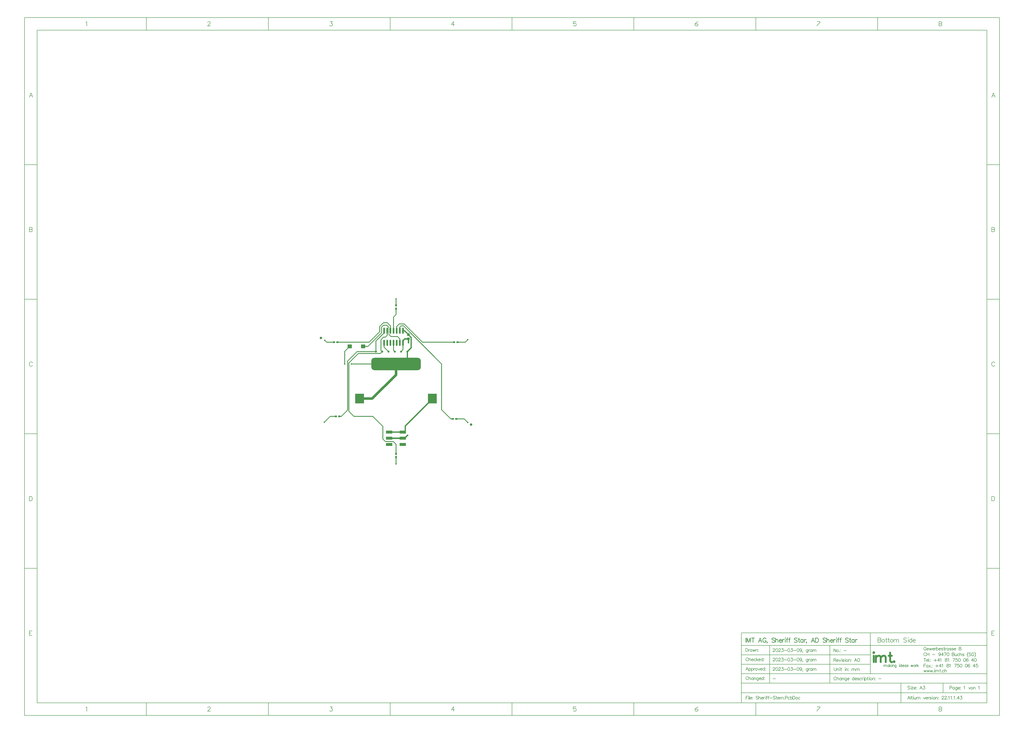
<source format=gbl>
G04*
G04 #@! TF.GenerationSoftware,Altium Limited,Altium Designer,22.11.1 (43)*
G04*
G04 Layer_Physical_Order=2*
G04 Layer_Color=16711680*
%FSLAX44Y44*%
%MOMM*%
G71*
G04*
G04 #@! TF.SameCoordinates,DB873E63-77BF-45AF-8D19-C352679DEADA*
G04*
G04*
G04 #@! TF.FilePolarity,Positive*
G04*
G01*
G75*
%ADD10C,0.1270*%
%ADD11C,0.2540*%
%ADD12C,0.2000*%
%ADD13C,0.7620*%
%ADD14C,0.1778*%
%ADD19C,0.3000*%
%ADD20C,0.6000*%
%ADD21C,0.5000*%
%ADD22R,0.7000X0.9000*%
%ADD23R,3.6000X3.9000*%
%ADD24R,2.5000X1.2000*%
%ADD25R,1.0000X1.1000*%
%ADD26R,1.8000X1.6000*%
%ADD27C,0.8000*%
%ADD28O,0.7000X2.5000*%
%ADD29R,0.9000X0.7000*%
G04:AMPARAMS|DCode=30|XSize=20mm|YSize=5mm|CornerRadius=1.25mm|HoleSize=0mm|Usage=FLASHONLY|Rotation=0.000|XOffset=0mm|YOffset=0mm|HoleType=Round|Shape=RoundedRectangle|*
%AMROUNDEDRECTD30*
21,1,20.0000,2.5000,0,0,0.0*
21,1,17.5000,5.0000,0,0,0.0*
1,1,2.5000,8.7500,-1.2500*
1,1,2.5000,-8.7500,-1.2500*
1,1,2.5000,-8.7500,1.2500*
1,1,2.5000,8.7500,1.2500*
%
%ADD30ROUNDEDRECTD30*%
%ADD31C,0.6000*%
%ADD32C,1.0000*%
D10*
X1895000Y-948810D02*
Y-667260D01*
Y-870070D02*
X2885600D01*
X2009300D02*
Y-717670D01*
X1895000Y-755770D02*
X2415700D01*
X1895000Y-793870D02*
X2415700D01*
X1895000Y-831970D02*
X2886200D01*
X2415700Y-832360D02*
Y-666870D01*
X1895000Y-717670D02*
X2885600D01*
X1895000Y-666870D02*
X2885600D01*
X1895270Y-908270D02*
X2885870D01*
X2251870Y-870070D02*
Y-717670D01*
X2538890Y-949200D02*
Y-870206D01*
X2709070Y-908306D02*
Y-870206D01*
X1460625Y1768600D02*
Y1819400D01*
X-15750Y1768600D02*
Y1819400D01*
X2444875Y-1000000D02*
Y-949200D01*
X1952750Y-1000000D02*
Y-949200D01*
X1460625Y-1000000D02*
Y-949200D01*
X968500Y-1000000D02*
Y-949200D01*
X476375Y-1000000D02*
Y-949200D01*
X-15750Y-1000000D02*
Y-949200D01*
X-507875Y-1000000D02*
Y-949200D01*
X-1000000Y-405640D02*
X-949200D01*
X-1000000Y137920D02*
X-949200D01*
X-1000000Y681480D02*
X-949200D01*
X2444875Y1768600D02*
Y1819400D01*
X1952750Y1768600D02*
Y1819400D01*
X968500Y1768600D02*
Y1819400D01*
X476375Y1768600D02*
Y1819400D01*
X-507875Y1768600D02*
Y1819400D01*
X-949200Y1768600D02*
X2886200D01*
Y-949200D02*
Y1768600D01*
X-949200Y-949200D02*
X2886200D01*
X-949200D02*
Y1768600D01*
X-1000000Y1819400D02*
X2937000D01*
Y-1000000D02*
Y1819400D01*
X-1000000Y-1000000D02*
X2937000D01*
X-1000000D02*
Y1819400D01*
Y1225040D02*
X-949200D01*
X2886200D02*
X2937000D01*
X2886200Y681480D02*
X2937000D01*
X2886200Y137920D02*
X2937000D01*
X2886200Y-405640D02*
X2937000D01*
X2277449Y-847696D02*
X2276845Y-846487D01*
X2275636Y-845277D01*
X2274426Y-844673D01*
X2272008D01*
X2270798Y-845277D01*
X2269589Y-846487D01*
X2268985Y-847696D01*
X2268380Y-849510D01*
Y-852533D01*
X2268985Y-854347D01*
X2269589Y-855556D01*
X2270798Y-856765D01*
X2272008Y-857370D01*
X2274426D01*
X2275636Y-856765D01*
X2276845Y-855556D01*
X2277449Y-854347D01*
X2281017Y-844673D02*
Y-857370D01*
Y-851324D02*
X2282831Y-849510D01*
X2284040Y-848905D01*
X2285854D01*
X2287063Y-849510D01*
X2287668Y-851324D01*
Y-857370D01*
X2298249Y-848905D02*
Y-857370D01*
Y-850719D02*
X2297040Y-849510D01*
X2295830Y-848905D01*
X2294016D01*
X2292807Y-849510D01*
X2291598Y-850719D01*
X2290993Y-852533D01*
Y-853742D01*
X2291598Y-855556D01*
X2292807Y-856765D01*
X2294016Y-857370D01*
X2295830D01*
X2297040Y-856765D01*
X2298249Y-855556D01*
X2301635Y-848905D02*
Y-857370D01*
Y-851324D02*
X2303449Y-849510D01*
X2304658Y-848905D01*
X2306472D01*
X2307681Y-849510D01*
X2308286Y-851324D01*
Y-857370D01*
X2318867Y-848905D02*
Y-858579D01*
X2318262Y-860393D01*
X2317657Y-860998D01*
X2316448Y-861602D01*
X2314634D01*
X2313425Y-860998D01*
X2318867Y-850719D02*
X2317657Y-849510D01*
X2316448Y-848905D01*
X2314634D01*
X2313425Y-849510D01*
X2312216Y-850719D01*
X2311611Y-852533D01*
Y-853742D01*
X2312216Y-855556D01*
X2313425Y-856765D01*
X2314634Y-857370D01*
X2316448D01*
X2317657Y-856765D01*
X2318867Y-855556D01*
X2322253Y-852533D02*
X2329508D01*
Y-851324D01*
X2328904Y-850114D01*
X2328299Y-849510D01*
X2327090Y-848905D01*
X2325276D01*
X2324067Y-849510D01*
X2322857Y-850719D01*
X2322253Y-852533D01*
Y-853742D01*
X2322857Y-855556D01*
X2324067Y-856765D01*
X2325276Y-857370D01*
X2327090D01*
X2328299Y-856765D01*
X2329508Y-855556D01*
X2349461Y-844673D02*
Y-857370D01*
Y-850719D02*
X2348252Y-849510D01*
X2347043Y-848905D01*
X2345229D01*
X2344019Y-849510D01*
X2342810Y-850719D01*
X2342206Y-852533D01*
Y-853742D01*
X2342810Y-855556D01*
X2344019Y-856765D01*
X2345229Y-857370D01*
X2347043D01*
X2348252Y-856765D01*
X2349461Y-855556D01*
X2352847Y-852533D02*
X2360103D01*
Y-851324D01*
X2359498Y-850114D01*
X2358893Y-849510D01*
X2357684Y-848905D01*
X2355870D01*
X2354661Y-849510D01*
X2353452Y-850719D01*
X2352847Y-852533D01*
Y-853742D01*
X2353452Y-855556D01*
X2354661Y-856765D01*
X2355870Y-857370D01*
X2357684D01*
X2358893Y-856765D01*
X2360103Y-855556D01*
X2369474Y-850719D02*
X2368870Y-849510D01*
X2367056Y-848905D01*
X2365242D01*
X2363428Y-849510D01*
X2362824Y-850719D01*
X2363428Y-851928D01*
X2364637Y-852533D01*
X2367661Y-853138D01*
X2368870Y-853742D01*
X2369474Y-854951D01*
Y-855556D01*
X2368870Y-856765D01*
X2367056Y-857370D01*
X2365242D01*
X2363428Y-856765D01*
X2362824Y-855556D01*
X2379391Y-850719D02*
X2378181Y-849510D01*
X2376972Y-848905D01*
X2375158D01*
X2373949Y-849510D01*
X2372740Y-850719D01*
X2372135Y-852533D01*
Y-853742D01*
X2372740Y-855556D01*
X2373949Y-856765D01*
X2375158Y-857370D01*
X2376972D01*
X2378181Y-856765D01*
X2379391Y-855556D01*
X2382111Y-848905D02*
Y-857370D01*
Y-852533D02*
X2382716Y-850719D01*
X2383925Y-849510D01*
X2385134Y-848905D01*
X2386948D01*
X2389306Y-844673D02*
X2389911Y-845277D01*
X2390516Y-844673D01*
X2389911Y-844068D01*
X2389306Y-844673D01*
X2389911Y-848905D02*
Y-857370D01*
X2392753Y-848905D02*
Y-861602D01*
Y-850719D02*
X2393962Y-849510D01*
X2395171Y-848905D01*
X2396985D01*
X2398195Y-849510D01*
X2399404Y-850719D01*
X2400009Y-852533D01*
Y-853742D01*
X2399404Y-855556D01*
X2398195Y-856765D01*
X2396985Y-857370D01*
X2395171D01*
X2393962Y-856765D01*
X2392753Y-855556D01*
X2404543Y-844673D02*
Y-854951D01*
X2405148Y-856765D01*
X2406357Y-857370D01*
X2407566D01*
X2402729Y-848905D02*
X2406962D01*
X2410589Y-844673D02*
X2411194Y-845277D01*
X2411799Y-844673D01*
X2411194Y-844068D01*
X2410589Y-844673D01*
X2411194Y-848905D02*
Y-857370D01*
X2417059Y-848905D02*
X2415850Y-849510D01*
X2414641Y-850719D01*
X2414036Y-852533D01*
Y-853742D01*
X2414641Y-855556D01*
X2415850Y-856765D01*
X2417059Y-857370D01*
X2418873D01*
X2420082Y-856765D01*
X2421292Y-855556D01*
X2421896Y-853742D01*
Y-852533D01*
X2421292Y-850719D01*
X2420082Y-849510D01*
X2418873Y-848905D01*
X2417059D01*
X2424677D02*
Y-857370D01*
Y-851324D02*
X2426491Y-849510D01*
X2427701Y-848905D01*
X2429514D01*
X2430724Y-849510D01*
X2431328Y-851324D01*
Y-857370D01*
X2435258Y-848905D02*
X2434654Y-849510D01*
X2435258Y-850114D01*
X2435863Y-849510D01*
X2435258Y-848905D01*
Y-856161D02*
X2434654Y-856765D01*
X2435258Y-857370D01*
X2435863Y-856765D01*
X2435258Y-856161D01*
X2448621Y-851928D02*
X2459504D01*
X2267710Y-770133D02*
Y-782830D01*
Y-770133D02*
X2273152D01*
X2274966Y-770737D01*
X2275570Y-771342D01*
X2276175Y-772551D01*
Y-773761D01*
X2275570Y-774970D01*
X2274966Y-775574D01*
X2273152Y-776179D01*
X2267710D01*
X2271942D02*
X2276175Y-782830D01*
X2279017Y-777993D02*
X2286272D01*
Y-776784D01*
X2285668Y-775574D01*
X2285063Y-774970D01*
X2283854Y-774365D01*
X2282040D01*
X2280831Y-774970D01*
X2279621Y-776179D01*
X2279017Y-777993D01*
Y-779202D01*
X2279621Y-781016D01*
X2280831Y-782225D01*
X2282040Y-782830D01*
X2283854D01*
X2285063Y-782225D01*
X2286272Y-781016D01*
X2288993Y-774365D02*
X2292621Y-782830D01*
X2296249Y-774365D02*
X2292621Y-782830D01*
X2299514Y-770133D02*
X2300118Y-770737D01*
X2300723Y-770133D01*
X2300118Y-769528D01*
X2299514Y-770133D01*
X2300118Y-774365D02*
Y-782830D01*
X2309611Y-776179D02*
X2309006Y-774970D01*
X2307193Y-774365D01*
X2305379D01*
X2303565Y-774970D01*
X2302960Y-776179D01*
X2303565Y-777388D01*
X2304774Y-777993D01*
X2307797Y-778598D01*
X2309006Y-779202D01*
X2309611Y-780412D01*
Y-781016D01*
X2309006Y-782225D01*
X2307193Y-782830D01*
X2305379D01*
X2303565Y-782225D01*
X2302960Y-781016D01*
X2313481Y-770133D02*
X2314085Y-770737D01*
X2314690Y-770133D01*
X2314085Y-769528D01*
X2313481Y-770133D01*
X2314085Y-774365D02*
Y-782830D01*
X2319950Y-774365D02*
X2318741Y-774970D01*
X2317532Y-776179D01*
X2316927Y-777993D01*
Y-779202D01*
X2317532Y-781016D01*
X2318741Y-782225D01*
X2319950Y-782830D01*
X2321764D01*
X2322973Y-782225D01*
X2324183Y-781016D01*
X2324787Y-779202D01*
Y-777993D01*
X2324183Y-776179D01*
X2322973Y-774970D01*
X2321764Y-774365D01*
X2319950D01*
X2327569D02*
Y-782830D01*
Y-776784D02*
X2329382Y-774970D01*
X2330592Y-774365D01*
X2332406D01*
X2333615Y-774970D01*
X2334220Y-776784D01*
Y-782830D01*
X2338150Y-774365D02*
X2337545Y-774970D01*
X2338150Y-775574D01*
X2338754Y-774970D01*
X2338150Y-774365D01*
Y-781621D02*
X2337545Y-782225D01*
X2338150Y-782830D01*
X2338754Y-782225D01*
X2338150Y-781621D01*
X2361186Y-782830D02*
X2356349Y-770133D01*
X2351512Y-782830D01*
X2353326Y-778598D02*
X2359372D01*
X2367777Y-770133D02*
X2365963Y-770737D01*
X2364754Y-772551D01*
X2364149Y-775574D01*
Y-777388D01*
X2364754Y-780412D01*
X2365963Y-782225D01*
X2367777Y-782830D01*
X2368986D01*
X2370800Y-782225D01*
X2372009Y-780412D01*
X2372614Y-777388D01*
Y-775574D01*
X2372009Y-772551D01*
X2370800Y-770737D01*
X2368986Y-770133D01*
X2367777D01*
X2736340Y-888544D02*
X2741782D01*
X2743596Y-887939D01*
X2744200Y-887334D01*
X2744805Y-886125D01*
Y-884311D01*
X2744200Y-883102D01*
X2743596Y-882497D01*
X2741782Y-881893D01*
X2736340D01*
Y-894590D01*
X2754902Y-886125D02*
Y-894590D01*
Y-887939D02*
X2753693Y-886730D01*
X2752484Y-886125D01*
X2750670D01*
X2749460Y-886730D01*
X2748251Y-887939D01*
X2747646Y-889753D01*
Y-890962D01*
X2748251Y-892776D01*
X2749460Y-893985D01*
X2750670Y-894590D01*
X2752484D01*
X2753693Y-893985D01*
X2754902Y-892776D01*
X2765544Y-886125D02*
Y-895799D01*
X2764939Y-897613D01*
X2764334Y-898218D01*
X2763125Y-898822D01*
X2761311D01*
X2760102Y-898218D01*
X2765544Y-887939D02*
X2764334Y-886730D01*
X2763125Y-886125D01*
X2761311D01*
X2760102Y-886730D01*
X2758893Y-887939D01*
X2758288Y-889753D01*
Y-890962D01*
X2758893Y-892776D01*
X2760102Y-893985D01*
X2761311Y-894590D01*
X2763125D01*
X2764334Y-893985D01*
X2765544Y-892776D01*
X2768930Y-889753D02*
X2776185D01*
Y-888544D01*
X2775581Y-887334D01*
X2774976Y-886730D01*
X2773767Y-886125D01*
X2771953D01*
X2770744Y-886730D01*
X2769534Y-887939D01*
X2768930Y-889753D01*
Y-890962D01*
X2769534Y-892776D01*
X2770744Y-893985D01*
X2771953Y-894590D01*
X2773767D01*
X2774976Y-893985D01*
X2776185Y-892776D01*
X2779511Y-886125D02*
X2778906Y-886730D01*
X2779511Y-887334D01*
X2780115Y-886730D01*
X2779511Y-886125D01*
Y-893381D02*
X2778906Y-893985D01*
X2779511Y-894590D01*
X2780115Y-893985D01*
X2779511Y-893381D01*
X2792873Y-884311D02*
X2794082Y-883707D01*
X2795896Y-881893D01*
Y-894590D01*
X2812161Y-886125D02*
X2815789Y-894590D01*
X2819417Y-886125D02*
X2815789Y-894590D01*
X2824496Y-886125D02*
X2823286Y-886730D01*
X2822077Y-887939D01*
X2821472Y-889753D01*
Y-890962D01*
X2822077Y-892776D01*
X2823286Y-893985D01*
X2824496Y-894590D01*
X2826309D01*
X2827519Y-893985D01*
X2828728Y-892776D01*
X2829333Y-890962D01*
Y-889753D01*
X2828728Y-887939D01*
X2827519Y-886730D01*
X2826309Y-886125D01*
X2824496D01*
X2832114D02*
Y-894590D01*
Y-888544D02*
X2833928Y-886730D01*
X2835137Y-886125D01*
X2836951D01*
X2838160Y-886730D01*
X2838765Y-888544D01*
Y-894590D01*
X2852067Y-884311D02*
X2853276Y-883707D01*
X2855090Y-881893D01*
Y-894590D01*
X2267710Y-730763D02*
Y-743460D01*
Y-730763D02*
X2276175Y-743460D01*
Y-730763D02*
Y-743460D01*
X2282705Y-734995D02*
X2281496Y-735600D01*
X2280286Y-736809D01*
X2279682Y-738623D01*
Y-739832D01*
X2280286Y-741646D01*
X2281496Y-742855D01*
X2282705Y-743460D01*
X2284519D01*
X2285728Y-742855D01*
X2286937Y-741646D01*
X2287542Y-739832D01*
Y-738623D01*
X2286937Y-736809D01*
X2285728Y-735600D01*
X2284519Y-734995D01*
X2282705D01*
X2290928Y-742251D02*
X2290323Y-742855D01*
X2290928Y-743460D01*
X2291532Y-742855D01*
X2290928Y-742251D01*
X2294918Y-734995D02*
X2294314Y-735600D01*
X2294918Y-736204D01*
X2295523Y-735600D01*
X2294918Y-734995D01*
Y-742251D02*
X2294314Y-742855D01*
X2294918Y-743460D01*
X2295523Y-742855D01*
X2294918Y-742251D01*
X2308281Y-738018D02*
X2319164D01*
X1922454Y-818000D02*
X1917617Y-805303D01*
X1912780Y-818000D01*
X1914594Y-813768D02*
X1920640D01*
X1925417Y-809535D02*
Y-822232D01*
Y-811349D02*
X1926626Y-810140D01*
X1927835Y-809535D01*
X1929649D01*
X1930858Y-810140D01*
X1932068Y-811349D01*
X1932672Y-813163D01*
Y-814372D01*
X1932068Y-816186D01*
X1930858Y-817395D01*
X1929649Y-818000D01*
X1927835D01*
X1926626Y-817395D01*
X1925417Y-816186D01*
X1935393Y-809535D02*
Y-822232D01*
Y-811349D02*
X1936602Y-810140D01*
X1937812Y-809535D01*
X1939626D01*
X1940835Y-810140D01*
X1942044Y-811349D01*
X1942649Y-813163D01*
Y-814372D01*
X1942044Y-816186D01*
X1940835Y-817395D01*
X1939626Y-818000D01*
X1937812D01*
X1936602Y-817395D01*
X1935393Y-816186D01*
X1945370Y-809535D02*
Y-818000D01*
Y-813163D02*
X1945974Y-811349D01*
X1947184Y-810140D01*
X1948393Y-809535D01*
X1950207D01*
X1954379D02*
X1953169Y-810140D01*
X1951960Y-811349D01*
X1951355Y-813163D01*
Y-814372D01*
X1951960Y-816186D01*
X1953169Y-817395D01*
X1954379Y-818000D01*
X1956193D01*
X1957402Y-817395D01*
X1958611Y-816186D01*
X1959216Y-814372D01*
Y-813163D01*
X1958611Y-811349D01*
X1957402Y-810140D01*
X1956193Y-809535D01*
X1954379D01*
X1961997D02*
X1965625Y-818000D01*
X1969253Y-809535D02*
X1965625Y-818000D01*
X1971308Y-813163D02*
X1978564D01*
Y-811954D01*
X1977959Y-810744D01*
X1977355Y-810140D01*
X1976145Y-809535D01*
X1974332D01*
X1973122Y-810140D01*
X1971913Y-811349D01*
X1971308Y-813163D01*
Y-814372D01*
X1971913Y-816186D01*
X1973122Y-817395D01*
X1974332Y-818000D01*
X1976145D01*
X1977355Y-817395D01*
X1978564Y-816186D01*
X1988540Y-805303D02*
Y-818000D01*
Y-811349D02*
X1987331Y-810140D01*
X1986122Y-809535D01*
X1984308D01*
X1983099Y-810140D01*
X1981889Y-811349D01*
X1981285Y-813163D01*
Y-814372D01*
X1981889Y-816186D01*
X1983099Y-817395D01*
X1984308Y-818000D01*
X1986122D01*
X1987331Y-817395D01*
X1988540Y-816186D01*
X1992531Y-809535D02*
X1991926Y-810140D01*
X1992531Y-810744D01*
X1993136Y-810140D01*
X1992531Y-809535D01*
Y-816791D02*
X1991926Y-817395D01*
X1992531Y-818000D01*
X1993136Y-817395D01*
X1992531Y-816791D01*
X1921850Y-770226D02*
X1921245Y-769017D01*
X1920036Y-767807D01*
X1918826Y-767203D01*
X1916408D01*
X1915199Y-767807D01*
X1913989Y-769017D01*
X1913385Y-770226D01*
X1912780Y-772040D01*
Y-775063D01*
X1913385Y-776877D01*
X1913989Y-778086D01*
X1915199Y-779295D01*
X1916408Y-779900D01*
X1918826D01*
X1920036Y-779295D01*
X1921245Y-778086D01*
X1921850Y-776877D01*
X1925417Y-767203D02*
Y-779900D01*
Y-773854D02*
X1927231Y-772040D01*
X1928440Y-771435D01*
X1930254D01*
X1931463Y-772040D01*
X1932068Y-773854D01*
Y-779900D01*
X1935393Y-775063D02*
X1942649D01*
Y-773854D01*
X1942044Y-772644D01*
X1941440Y-772040D01*
X1940230Y-771435D01*
X1938416D01*
X1937207Y-772040D01*
X1935998Y-773249D01*
X1935393Y-775063D01*
Y-776272D01*
X1935998Y-778086D01*
X1937207Y-779295D01*
X1938416Y-779900D01*
X1940230D01*
X1941440Y-779295D01*
X1942649Y-778086D01*
X1952625Y-773249D02*
X1951416Y-772040D01*
X1950207Y-771435D01*
X1948393D01*
X1947184Y-772040D01*
X1945974Y-773249D01*
X1945370Y-775063D01*
Y-776272D01*
X1945974Y-778086D01*
X1947184Y-779295D01*
X1948393Y-779900D01*
X1950207D01*
X1951416Y-779295D01*
X1952625Y-778086D01*
X1955346Y-767203D02*
Y-779900D01*
X1961392Y-771435D02*
X1955346Y-777482D01*
X1957765Y-775063D02*
X1961997Y-779900D01*
X1963992Y-775063D02*
X1971248D01*
Y-773854D01*
X1970643Y-772644D01*
X1970039Y-772040D01*
X1968829Y-771435D01*
X1967016D01*
X1965806Y-772040D01*
X1964597Y-773249D01*
X1963992Y-775063D01*
Y-776272D01*
X1964597Y-778086D01*
X1965806Y-779295D01*
X1967016Y-779900D01*
X1968829D01*
X1970039Y-779295D01*
X1971248Y-778086D01*
X1981224Y-767203D02*
Y-779900D01*
Y-773249D02*
X1980015Y-772040D01*
X1978806Y-771435D01*
X1976992D01*
X1975783Y-772040D01*
X1974573Y-773249D01*
X1973969Y-775063D01*
Y-776272D01*
X1974573Y-778086D01*
X1975783Y-779295D01*
X1976992Y-779900D01*
X1978806D01*
X1980015Y-779295D01*
X1981224Y-778086D01*
X1985215Y-771435D02*
X1984610Y-772040D01*
X1985215Y-772644D01*
X1985820Y-772040D01*
X1985215Y-771435D01*
Y-778691D02*
X1984610Y-779295D01*
X1985215Y-779900D01*
X1985820Y-779295D01*
X1985215Y-778691D01*
X1912780Y-729103D02*
Y-741800D01*
Y-729103D02*
X1917012D01*
X1918826Y-729707D01*
X1920036Y-730917D01*
X1920640Y-732126D01*
X1921245Y-733940D01*
Y-736963D01*
X1920640Y-738777D01*
X1920036Y-739986D01*
X1918826Y-741195D01*
X1917012Y-741800D01*
X1912780D01*
X1924087Y-733335D02*
Y-741800D01*
Y-736963D02*
X1924691Y-735149D01*
X1925901Y-733940D01*
X1927110Y-733335D01*
X1928924D01*
X1937328D02*
Y-741800D01*
Y-735149D02*
X1936119Y-733940D01*
X1934910Y-733335D01*
X1933096D01*
X1931886Y-733940D01*
X1930677Y-735149D01*
X1930072Y-736963D01*
Y-738172D01*
X1930677Y-739986D01*
X1931886Y-741195D01*
X1933096Y-741800D01*
X1934910D01*
X1936119Y-741195D01*
X1937328Y-739986D01*
X1940714Y-733335D02*
X1943133Y-741800D01*
X1945551Y-733335D02*
X1943133Y-741800D01*
X1945551Y-733335D02*
X1947970Y-741800D01*
X1950388Y-733335D02*
X1947970Y-741800D01*
X1953351Y-733335D02*
Y-741800D01*
Y-735754D02*
X1955165Y-733940D01*
X1956374Y-733335D01*
X1958188D01*
X1959397Y-733940D01*
X1960002Y-735754D01*
Y-741800D01*
X1963932Y-733335D02*
X1963327Y-733940D01*
X1963932Y-734544D01*
X1964536Y-733940D01*
X1963932Y-733335D01*
Y-740591D02*
X1963327Y-741195D01*
X1963932Y-741800D01*
X1964536Y-741195D01*
X1963932Y-740591D01*
X1913000Y-922303D02*
Y-935000D01*
Y-922303D02*
X1920860D01*
X1913000Y-928349D02*
X1917837D01*
X1923521Y-922303D02*
X1924125Y-922907D01*
X1924730Y-922303D01*
X1924125Y-921698D01*
X1923521Y-922303D01*
X1924125Y-926535D02*
Y-935000D01*
X1926967Y-922303D02*
Y-935000D01*
X1929627Y-930163D02*
X1936883D01*
Y-928954D01*
X1936278Y-927744D01*
X1935674Y-927140D01*
X1934464Y-926535D01*
X1932650D01*
X1931441Y-927140D01*
X1930232Y-928349D01*
X1929627Y-930163D01*
Y-931372D01*
X1930232Y-933186D01*
X1931441Y-934395D01*
X1932650Y-935000D01*
X1934464D01*
X1935674Y-934395D01*
X1936883Y-933186D01*
X1940208Y-926535D02*
X1939604Y-927140D01*
X1940208Y-927744D01*
X1940813Y-927140D01*
X1940208Y-926535D01*
Y-933791D02*
X1939604Y-934395D01*
X1940208Y-935000D01*
X1940813Y-934395D01*
X1940208Y-933791D01*
X1962036Y-924117D02*
X1960826Y-922907D01*
X1959012Y-922303D01*
X1956594D01*
X1954780Y-922907D01*
X1953571Y-924117D01*
Y-925326D01*
X1954175Y-926535D01*
X1954780Y-927140D01*
X1955989Y-927744D01*
X1959617Y-928954D01*
X1960826Y-929558D01*
X1961431Y-930163D01*
X1962036Y-931372D01*
Y-933186D01*
X1960826Y-934395D01*
X1959012Y-935000D01*
X1956594D01*
X1954780Y-934395D01*
X1953571Y-933186D01*
X1964877Y-922303D02*
Y-935000D01*
Y-928954D02*
X1966691Y-927140D01*
X1967901Y-926535D01*
X1969715D01*
X1970924Y-927140D01*
X1971528Y-928954D01*
Y-935000D01*
X1974854Y-930163D02*
X1982109D01*
Y-928954D01*
X1981505Y-927744D01*
X1980900Y-927140D01*
X1979691Y-926535D01*
X1977877D01*
X1976668Y-927140D01*
X1975459Y-928349D01*
X1974854Y-930163D01*
Y-931372D01*
X1975459Y-933186D01*
X1976668Y-934395D01*
X1977877Y-935000D01*
X1979691D01*
X1980900Y-934395D01*
X1982109Y-933186D01*
X1984830Y-926535D02*
Y-935000D01*
Y-930163D02*
X1985435Y-928349D01*
X1986644Y-927140D01*
X1987854Y-926535D01*
X1989667D01*
X1992025Y-922303D02*
X1992630Y-922907D01*
X1993235Y-922303D01*
X1992630Y-921698D01*
X1992025Y-922303D01*
X1992630Y-926535D02*
Y-935000D01*
X2000309Y-922303D02*
X1999100D01*
X1997890Y-922907D01*
X1997286Y-924721D01*
Y-935000D01*
X1995472Y-926535D02*
X1999704D01*
X2006960Y-922303D02*
X2005751D01*
X2004541Y-922907D01*
X2003937Y-924721D01*
Y-935000D01*
X2002123Y-926535D02*
X2006355D01*
X2008774Y-929558D02*
X2019657D01*
X2031871Y-924117D02*
X2030661Y-922907D01*
X2028848Y-922303D01*
X2026429D01*
X2024615Y-922907D01*
X2023406Y-924117D01*
Y-925326D01*
X2024010Y-926535D01*
X2024615Y-927140D01*
X2025824Y-927744D01*
X2029452Y-928954D01*
X2030661Y-929558D01*
X2031266Y-930163D01*
X2031871Y-931372D01*
Y-933186D01*
X2030661Y-934395D01*
X2028848Y-935000D01*
X2026429D01*
X2024615Y-934395D01*
X2023406Y-933186D01*
X2036526Y-922303D02*
Y-932581D01*
X2037131Y-934395D01*
X2038340Y-935000D01*
X2039550D01*
X2034713Y-926535D02*
X2038945D01*
X2041364Y-930163D02*
X2048619D01*
Y-928954D01*
X2048014Y-927744D01*
X2047410Y-927140D01*
X2046201Y-926535D01*
X2044387D01*
X2043177Y-927140D01*
X2041968Y-928349D01*
X2041364Y-930163D01*
Y-931372D01*
X2041968Y-933186D01*
X2043177Y-934395D01*
X2044387Y-935000D01*
X2046201D01*
X2047410Y-934395D01*
X2048619Y-933186D01*
X2051340Y-926535D02*
Y-935000D01*
Y-930163D02*
X2051944Y-928349D01*
X2053154Y-927140D01*
X2054363Y-926535D01*
X2056177D01*
X2057326D02*
Y-935000D01*
Y-928954D02*
X2059140Y-927140D01*
X2060349Y-926535D01*
X2062163D01*
X2063372Y-927140D01*
X2063977Y-928954D01*
Y-935000D01*
X2067907Y-933791D02*
X2067302Y-934395D01*
X2067907Y-935000D01*
X2068512Y-934395D01*
X2067907Y-933791D01*
X2071293Y-928954D02*
X2076734D01*
X2078548Y-928349D01*
X2079153Y-927744D01*
X2079758Y-926535D01*
Y-924721D01*
X2079153Y-923512D01*
X2078548Y-922907D01*
X2076734Y-922303D01*
X2071293D01*
Y-935000D01*
X2089855Y-928349D02*
X2088646Y-927140D01*
X2087436Y-926535D01*
X2085623D01*
X2084413Y-927140D01*
X2083204Y-928349D01*
X2082599Y-930163D01*
Y-931372D01*
X2083204Y-933186D01*
X2084413Y-934395D01*
X2085623Y-935000D01*
X2087436D01*
X2088646Y-934395D01*
X2089855Y-933186D01*
X2092576Y-922303D02*
Y-935000D01*
Y-928349D02*
X2093785Y-927140D01*
X2094994Y-926535D01*
X2096808D01*
X2098017Y-927140D01*
X2099227Y-928349D01*
X2099831Y-930163D01*
Y-931372D01*
X2099227Y-933186D01*
X2098017Y-934395D01*
X2096808Y-935000D01*
X2094994D01*
X2093785Y-934395D01*
X2092576Y-933186D01*
X2102552Y-922303D02*
Y-935000D01*
Y-922303D02*
X2106785D01*
X2108599Y-922907D01*
X2109808Y-924117D01*
X2110412Y-925326D01*
X2111017Y-927140D01*
Y-930163D01*
X2110412Y-931977D01*
X2109808Y-933186D01*
X2108599Y-934395D01*
X2106785Y-935000D01*
X2102552D01*
X2116882Y-926535D02*
X2115673Y-927140D01*
X2114464Y-928349D01*
X2113859Y-930163D01*
Y-931372D01*
X2114464Y-933186D01*
X2115673Y-934395D01*
X2116882Y-935000D01*
X2118696D01*
X2119905Y-934395D01*
X2121115Y-933186D01*
X2121719Y-931372D01*
Y-930163D01*
X2121115Y-928349D01*
X2119905Y-927140D01*
X2118696Y-926535D01*
X2116882D01*
X2131756Y-928349D02*
X2130547Y-927140D01*
X2129337Y-926535D01*
X2127524D01*
X2126314Y-927140D01*
X2125105Y-928349D01*
X2124500Y-930163D01*
Y-931372D01*
X2125105Y-933186D01*
X2126314Y-934395D01*
X2127524Y-935000D01*
X2129337D01*
X2130547Y-934395D01*
X2131756Y-933186D01*
X2268980Y-806963D02*
Y-816032D01*
X2269585Y-817846D01*
X2270794Y-819055D01*
X2272608Y-819660D01*
X2273817D01*
X2275631Y-819055D01*
X2276840Y-817846D01*
X2277445Y-816032D01*
Y-806963D01*
X2280952Y-811195D02*
Y-819660D01*
Y-813614D02*
X2282766Y-811800D01*
X2283975Y-811195D01*
X2285789D01*
X2286998Y-811800D01*
X2287603Y-813614D01*
Y-819660D01*
X2292137Y-806963D02*
X2292742Y-807567D01*
X2293347Y-806963D01*
X2292742Y-806358D01*
X2292137Y-806963D01*
X2292742Y-811195D02*
Y-819660D01*
X2297398Y-806963D02*
Y-817242D01*
X2298002Y-819055D01*
X2299212Y-819660D01*
X2300421D01*
X2295584Y-811195D02*
X2299816D01*
X2313421Y-806963D02*
X2314025Y-807567D01*
X2314630Y-806963D01*
X2314025Y-806358D01*
X2313421Y-806963D01*
X2314025Y-811195D02*
Y-819660D01*
X2316867Y-811195D02*
Y-819660D01*
Y-813614D02*
X2318681Y-811800D01*
X2319890Y-811195D01*
X2321704D01*
X2322913Y-811800D01*
X2323518Y-813614D01*
Y-819660D01*
X2327448Y-811195D02*
X2326843Y-811800D01*
X2327448Y-812404D01*
X2328053Y-811800D01*
X2327448Y-811195D01*
Y-818451D02*
X2326843Y-819055D01*
X2327448Y-819660D01*
X2328053Y-819055D01*
X2327448Y-818451D01*
X2340810Y-811195D02*
Y-819660D01*
Y-813614D02*
X2342624Y-811800D01*
X2343833Y-811195D01*
X2345647D01*
X2346857Y-811800D01*
X2347461Y-813614D01*
Y-819660D01*
Y-813614D02*
X2349275Y-811800D01*
X2350484Y-811195D01*
X2352298D01*
X2353508Y-811800D01*
X2354112Y-813614D01*
Y-819660D01*
X2358103Y-811195D02*
Y-819660D01*
Y-813614D02*
X2359917Y-811800D01*
X2361126Y-811195D01*
X2362940D01*
X2364149Y-811800D01*
X2364754Y-813614D01*
Y-819660D01*
Y-813614D02*
X2366568Y-811800D01*
X2367777Y-811195D01*
X2369591D01*
X2370800Y-811800D01*
X2371405Y-813614D01*
Y-819660D01*
X2574625Y-883707D02*
X2573416Y-882497D01*
X2571602Y-881893D01*
X2569183D01*
X2567369Y-882497D01*
X2566160Y-883707D01*
Y-884916D01*
X2566765Y-886125D01*
X2567369Y-886730D01*
X2568578Y-887334D01*
X2572206Y-888544D01*
X2573416Y-889148D01*
X2574020Y-889753D01*
X2574625Y-890962D01*
Y-892776D01*
X2573416Y-893985D01*
X2571602Y-894590D01*
X2569183D01*
X2567369Y-893985D01*
X2566160Y-892776D01*
X2578676Y-881893D02*
X2579280Y-882497D01*
X2579885Y-881893D01*
X2579280Y-881288D01*
X2578676Y-881893D01*
X2579280Y-886125D02*
Y-894590D01*
X2588773Y-886125D02*
X2582122Y-894590D01*
Y-886125D02*
X2588773D01*
X2582122Y-894590D02*
X2588773D01*
X2591434Y-889753D02*
X2598689D01*
Y-888544D01*
X2598085Y-887334D01*
X2597480Y-886730D01*
X2596271Y-886125D01*
X2594457D01*
X2593247Y-886730D01*
X2592038Y-887939D01*
X2591434Y-889753D01*
Y-890962D01*
X2592038Y-892776D01*
X2593247Y-893985D01*
X2594457Y-894590D01*
X2596271D01*
X2597480Y-893985D01*
X2598689Y-892776D01*
X2602015Y-886125D02*
X2601410Y-886730D01*
X2602015Y-887334D01*
X2602619Y-886730D01*
X2602015Y-886125D01*
Y-893381D02*
X2601410Y-893985D01*
X2602015Y-894590D01*
X2602619Y-893985D01*
X2602015Y-893381D01*
X2625051Y-894590D02*
X2620214Y-881893D01*
X2615377Y-894590D01*
X2617191Y-890358D02*
X2623237D01*
X2629223Y-881893D02*
X2635874D01*
X2632246Y-886730D01*
X2634060D01*
X2635269Y-887334D01*
X2635874Y-887939D01*
X2636479Y-889753D01*
Y-890962D01*
X2635874Y-892776D01*
X2634665Y-893985D01*
X2632851Y-894590D01*
X2631037D01*
X2629223Y-893985D01*
X2628618Y-893381D01*
X2628014Y-892171D01*
X2631600Y-792603D02*
Y-805300D01*
Y-792603D02*
X2639460D01*
X2631600Y-798649D02*
X2636437D01*
X2648167Y-796835D02*
Y-805300D01*
Y-798649D02*
X2646958Y-797440D01*
X2645748Y-796835D01*
X2643935D01*
X2642725Y-797440D01*
X2641516Y-798649D01*
X2640911Y-800463D01*
Y-801672D01*
X2641516Y-803486D01*
X2642725Y-804695D01*
X2643935Y-805300D01*
X2645748D01*
X2646958Y-804695D01*
X2648167Y-803486D01*
X2651553Y-796835D02*
X2658204Y-805300D01*
Y-796835D02*
X2651553Y-805300D01*
X2661469Y-804091D02*
X2660864Y-804695D01*
X2661469Y-805300D01*
X2662073Y-804695D01*
X2661469Y-804091D01*
X2665459Y-796835D02*
X2664855Y-797440D01*
X2665459Y-798044D01*
X2666064Y-797440D01*
X2665459Y-796835D01*
Y-804091D02*
X2664855Y-804695D01*
X2665459Y-805300D01*
X2666064Y-804695D01*
X2665459Y-804091D01*
X2684264Y-794417D02*
Y-805300D01*
X2678822Y-799858D02*
X2689705D01*
X2699500Y-792603D02*
X2693454Y-801068D01*
X2702523D01*
X2699500Y-792603D02*
Y-805300D01*
X2704760Y-795021D02*
X2705970Y-794417D01*
X2707784Y-792603D01*
Y-805300D01*
X2727072Y-792603D02*
X2725258Y-793207D01*
X2724653Y-794417D01*
Y-795626D01*
X2725258Y-796835D01*
X2726467Y-797440D01*
X2728885Y-798044D01*
X2730699Y-798649D01*
X2731909Y-799858D01*
X2732513Y-801068D01*
Y-802881D01*
X2731909Y-804091D01*
X2731304Y-804695D01*
X2729490Y-805300D01*
X2727072D01*
X2725258Y-804695D01*
X2724653Y-804091D01*
X2724048Y-802881D01*
Y-801068D01*
X2724653Y-799858D01*
X2725862Y-798649D01*
X2727676Y-798044D01*
X2730095Y-797440D01*
X2731304Y-796835D01*
X2731909Y-795626D01*
Y-794417D01*
X2731304Y-793207D01*
X2729490Y-792603D01*
X2727072D01*
X2735355Y-795021D02*
X2736564Y-794417D01*
X2738378Y-792603D01*
Y-805300D01*
X2763108Y-792603D02*
X2757061Y-805300D01*
X2754643Y-792603D02*
X2763108D01*
X2773205D02*
X2767159D01*
X2766554Y-798044D01*
X2767159Y-797440D01*
X2768972Y-796835D01*
X2770786D01*
X2772600Y-797440D01*
X2773810Y-798649D01*
X2774414Y-800463D01*
Y-801672D01*
X2773810Y-803486D01*
X2772600Y-804695D01*
X2770786Y-805300D01*
X2768972D01*
X2767159Y-804695D01*
X2766554Y-804091D01*
X2765949Y-802881D01*
X2780884Y-792603D02*
X2779070Y-793207D01*
X2777861Y-795021D01*
X2777256Y-798044D01*
Y-799858D01*
X2777861Y-802881D01*
X2779070Y-804695D01*
X2780884Y-805300D01*
X2782093D01*
X2783907Y-804695D01*
X2785116Y-802881D01*
X2785721Y-799858D01*
Y-798044D01*
X2785116Y-795021D01*
X2783907Y-793207D01*
X2782093Y-792603D01*
X2780884D01*
X2802167D02*
X2800353Y-793207D01*
X2799144Y-795021D01*
X2798539Y-798044D01*
Y-799858D01*
X2799144Y-802881D01*
X2800353Y-804695D01*
X2802167Y-805300D01*
X2803376D01*
X2805190Y-804695D01*
X2806399Y-802881D01*
X2807004Y-799858D01*
Y-798044D01*
X2806399Y-795021D01*
X2805190Y-793207D01*
X2803376Y-792603D01*
X2802167D01*
X2817101Y-794417D02*
X2816497Y-793207D01*
X2814683Y-792603D01*
X2813474D01*
X2811660Y-793207D01*
X2810450Y-795021D01*
X2809846Y-798044D01*
Y-801068D01*
X2810450Y-803486D01*
X2811660Y-804695D01*
X2813474Y-805300D01*
X2814078D01*
X2815892Y-804695D01*
X2817101Y-803486D01*
X2817706Y-801672D01*
Y-801068D01*
X2817101Y-799254D01*
X2815892Y-798044D01*
X2814078Y-797440D01*
X2813474D01*
X2811660Y-798044D01*
X2810450Y-799254D01*
X2809846Y-801068D01*
X2836510Y-792603D02*
X2830464Y-801068D01*
X2839533D01*
X2836510Y-792603D02*
Y-805300D01*
X2849026Y-792603D02*
X2842979D01*
X2842375Y-798044D01*
X2842979Y-797440D01*
X2844793Y-796835D01*
X2846607D01*
X2848421Y-797440D01*
X2849630Y-798649D01*
X2850235Y-800463D01*
Y-801672D01*
X2849630Y-803486D01*
X2848421Y-804695D01*
X2846607Y-805300D01*
X2844793D01*
X2842979Y-804695D01*
X2842375Y-804091D01*
X2841770Y-802881D01*
X2635833Y-769743D02*
Y-782440D01*
X2631600Y-769743D02*
X2640065D01*
X2641577Y-777603D02*
X2648832D01*
Y-776394D01*
X2648228Y-775184D01*
X2647623Y-774580D01*
X2646414Y-773975D01*
X2644600D01*
X2643390Y-774580D01*
X2642181Y-775789D01*
X2641577Y-777603D01*
Y-778812D01*
X2642181Y-780626D01*
X2643390Y-781835D01*
X2644600Y-782440D01*
X2646414D01*
X2647623Y-781835D01*
X2648832Y-780626D01*
X2651553Y-769743D02*
Y-782440D01*
X2654818Y-781231D02*
X2654213Y-781835D01*
X2654818Y-782440D01*
X2655422Y-781835D01*
X2654818Y-781231D01*
X2658808Y-773975D02*
X2658204Y-774580D01*
X2658808Y-775184D01*
X2659413Y-774580D01*
X2658808Y-773975D01*
Y-781231D02*
X2658204Y-781835D01*
X2658808Y-782440D01*
X2659413Y-781835D01*
X2658808Y-781231D01*
X2677613Y-771557D02*
Y-782440D01*
X2672171Y-776998D02*
X2683054D01*
X2692849Y-769743D02*
X2686803Y-778208D01*
X2695872D01*
X2692849Y-769743D02*
Y-782440D01*
X2698109Y-772161D02*
X2699319Y-771557D01*
X2701133Y-769743D01*
Y-782440D01*
X2720421Y-769743D02*
X2718607Y-770347D01*
X2718002Y-771557D01*
Y-772766D01*
X2718607Y-773975D01*
X2719816Y-774580D01*
X2722234Y-775184D01*
X2724048Y-775789D01*
X2725258Y-776998D01*
X2725862Y-778208D01*
Y-780022D01*
X2725258Y-781231D01*
X2724653Y-781835D01*
X2722839Y-782440D01*
X2720421D01*
X2718607Y-781835D01*
X2718002Y-781231D01*
X2717397Y-780022D01*
Y-778208D01*
X2718002Y-776998D01*
X2719211Y-775789D01*
X2721025Y-775184D01*
X2723444Y-774580D01*
X2724653Y-773975D01*
X2725258Y-772766D01*
Y-771557D01*
X2724653Y-770347D01*
X2722839Y-769743D01*
X2720421D01*
X2728704Y-772161D02*
X2729913Y-771557D01*
X2731727Y-769743D01*
Y-782440D01*
X2756457Y-769743D02*
X2750410Y-782440D01*
X2747992Y-769743D02*
X2756457D01*
X2766554D02*
X2760508D01*
X2759903Y-775184D01*
X2760508Y-774580D01*
X2762321Y-773975D01*
X2764135D01*
X2765949Y-774580D01*
X2767159Y-775789D01*
X2767763Y-777603D01*
Y-778812D01*
X2767159Y-780626D01*
X2765949Y-781835D01*
X2764135Y-782440D01*
X2762321D01*
X2760508Y-781835D01*
X2759903Y-781231D01*
X2759298Y-780022D01*
X2774233Y-769743D02*
X2772419Y-770347D01*
X2771210Y-772161D01*
X2770605Y-775184D01*
Y-776998D01*
X2771210Y-780022D01*
X2772419Y-781835D01*
X2774233Y-782440D01*
X2775442D01*
X2777256Y-781835D01*
X2778465Y-780022D01*
X2779070Y-776998D01*
Y-775184D01*
X2778465Y-772161D01*
X2777256Y-770347D01*
X2775442Y-769743D01*
X2774233D01*
X2795516D02*
X2793702Y-770347D01*
X2792493Y-772161D01*
X2791888Y-775184D01*
Y-776998D01*
X2792493Y-780022D01*
X2793702Y-781835D01*
X2795516Y-782440D01*
X2796725D01*
X2798539Y-781835D01*
X2799748Y-780022D01*
X2800353Y-776998D01*
Y-775184D01*
X2799748Y-772161D01*
X2798539Y-770347D01*
X2796725Y-769743D01*
X2795516D01*
X2810450Y-771557D02*
X2809846Y-770347D01*
X2808032Y-769743D01*
X2806823D01*
X2805009Y-770347D01*
X2803799Y-772161D01*
X2803195Y-775184D01*
Y-778208D01*
X2803799Y-780626D01*
X2805009Y-781835D01*
X2806823Y-782440D01*
X2807427D01*
X2809241Y-781835D01*
X2810450Y-780626D01*
X2811055Y-778812D01*
Y-778208D01*
X2810450Y-776394D01*
X2809241Y-775184D01*
X2807427Y-774580D01*
X2806823D01*
X2805009Y-775184D01*
X2803799Y-776394D01*
X2803195Y-778208D01*
X2829859Y-769743D02*
X2823813Y-778208D01*
X2832882D01*
X2829859Y-769743D02*
Y-782440D01*
X2838747Y-769743D02*
X2836933Y-770347D01*
X2835724Y-772161D01*
X2835119Y-775184D01*
Y-776998D01*
X2835724Y-780022D01*
X2836933Y-781835D01*
X2838747Y-782440D01*
X2839956D01*
X2841770Y-781835D01*
X2842979Y-780022D01*
X2843584Y-776998D01*
Y-775184D01*
X2842979Y-772161D01*
X2841770Y-770347D01*
X2839956Y-769743D01*
X2838747D01*
X2640670Y-749906D02*
X2640065Y-748697D01*
X2638856Y-747487D01*
X2637646Y-746883D01*
X2635228D01*
X2634019Y-747487D01*
X2632809Y-748697D01*
X2632205Y-749906D01*
X2631600Y-751720D01*
Y-754743D01*
X2632205Y-756557D01*
X2632809Y-757766D01*
X2634019Y-758975D01*
X2635228Y-759580D01*
X2637646D01*
X2638856Y-758975D01*
X2640065Y-757766D01*
X2640670Y-756557D01*
X2644237Y-746883D02*
Y-759580D01*
X2652702Y-746883D02*
Y-759580D01*
X2644237Y-752929D02*
X2652702D01*
X2666185Y-754138D02*
X2677068D01*
X2698654Y-751115D02*
X2698049Y-752929D01*
X2696840Y-754138D01*
X2695026Y-754743D01*
X2694421D01*
X2692607Y-754138D01*
X2691398Y-752929D01*
X2690793Y-751115D01*
Y-750510D01*
X2691398Y-748697D01*
X2692607Y-747487D01*
X2694421Y-746883D01*
X2695026D01*
X2696840Y-747487D01*
X2698049Y-748697D01*
X2698654Y-751115D01*
Y-754138D01*
X2698049Y-757161D01*
X2696840Y-758975D01*
X2695026Y-759580D01*
X2693817D01*
X2692003Y-758975D01*
X2691398Y-757766D01*
X2708146Y-746883D02*
X2702100Y-755348D01*
X2711170D01*
X2708146Y-746883D02*
Y-759580D01*
X2721872Y-746883D02*
X2715825Y-759580D01*
X2713407Y-746883D02*
X2721872D01*
X2728341D02*
X2726527Y-747487D01*
X2725318Y-749301D01*
X2724713Y-752324D01*
Y-754138D01*
X2725318Y-757161D01*
X2726527Y-758975D01*
X2728341Y-759580D01*
X2729550D01*
X2731364Y-758975D01*
X2732574Y-757161D01*
X2733178Y-754138D01*
Y-752324D01*
X2732574Y-749301D01*
X2731364Y-747487D01*
X2729550Y-746883D01*
X2728341D01*
X2745996D02*
Y-759580D01*
Y-746883D02*
X2751438D01*
X2753252Y-747487D01*
X2753857Y-748092D01*
X2754461Y-749301D01*
Y-750510D01*
X2753857Y-751720D01*
X2753252Y-752324D01*
X2751438Y-752929D01*
X2745996D02*
X2751438D01*
X2753252Y-753534D01*
X2753857Y-754138D01*
X2754461Y-755348D01*
Y-757161D01*
X2753857Y-758371D01*
X2753252Y-758975D01*
X2751438Y-759580D01*
X2745996D01*
X2757303Y-751115D02*
Y-757161D01*
X2757908Y-758975D01*
X2759117Y-759580D01*
X2760931D01*
X2762140Y-758975D01*
X2763954Y-757161D01*
Y-751115D02*
Y-759580D01*
X2774535Y-752929D02*
X2773326Y-751720D01*
X2772117Y-751115D01*
X2770303D01*
X2769093Y-751720D01*
X2767884Y-752929D01*
X2767279Y-754743D01*
Y-755952D01*
X2767884Y-757766D01*
X2769093Y-758975D01*
X2770303Y-759580D01*
X2772117D01*
X2773326Y-758975D01*
X2774535Y-757766D01*
X2777256Y-746883D02*
Y-759580D01*
Y-753534D02*
X2779070Y-751720D01*
X2780279Y-751115D01*
X2782093D01*
X2783302Y-751720D01*
X2783907Y-753534D01*
Y-759580D01*
X2793883Y-752929D02*
X2793279Y-751720D01*
X2791465Y-751115D01*
X2789651D01*
X2787837Y-751720D01*
X2787232Y-752929D01*
X2787837Y-754138D01*
X2789046Y-754743D01*
X2792069Y-755348D01*
X2793279Y-755952D01*
X2793883Y-757161D01*
Y-757766D01*
X2793279Y-758975D01*
X2791465Y-759580D01*
X2789651D01*
X2787837Y-758975D01*
X2787232Y-757766D01*
X2810753Y-744464D02*
X2809543Y-745674D01*
X2808334Y-747487D01*
X2807125Y-749906D01*
X2806520Y-752929D01*
Y-755348D01*
X2807125Y-758371D01*
X2808334Y-760789D01*
X2809543Y-762603D01*
X2810753Y-763812D01*
X2809543Y-745674D02*
X2808334Y-748092D01*
X2807729Y-749906D01*
X2807125Y-752929D01*
Y-755348D01*
X2807729Y-758371D01*
X2808334Y-760185D01*
X2809543Y-762603D01*
X2821636Y-748697D02*
X2820427Y-747487D01*
X2818613Y-746883D01*
X2816194D01*
X2814380Y-747487D01*
X2813171Y-748697D01*
Y-749906D01*
X2813776Y-751115D01*
X2814380Y-751720D01*
X2815590Y-752324D01*
X2819218Y-753534D01*
X2820427Y-754138D01*
X2821031Y-754743D01*
X2821636Y-755952D01*
Y-757766D01*
X2820427Y-758975D01*
X2818613Y-759580D01*
X2816194D01*
X2814380Y-758975D01*
X2813171Y-757766D01*
X2833547Y-749906D02*
X2832943Y-748697D01*
X2831733Y-747487D01*
X2830524Y-746883D01*
X2828105D01*
X2826896Y-747487D01*
X2825687Y-748697D01*
X2825082Y-749906D01*
X2824478Y-751720D01*
Y-754743D01*
X2825082Y-756557D01*
X2825687Y-757766D01*
X2826896Y-758975D01*
X2828105Y-759580D01*
X2830524D01*
X2831733Y-758975D01*
X2832943Y-757766D01*
X2833547Y-756557D01*
Y-754743D01*
X2830524D02*
X2833547D01*
X2836450Y-744464D02*
X2837659Y-745674D01*
X2838868Y-747487D01*
X2840077Y-749906D01*
X2840682Y-752929D01*
Y-755348D01*
X2840077Y-758371D01*
X2838868Y-760789D01*
X2837659Y-762603D01*
X2836450Y-763812D01*
X2837659Y-745674D02*
X2838868Y-748092D01*
X2839473Y-749906D01*
X2840077Y-752929D01*
Y-755348D01*
X2839473Y-758371D01*
X2838868Y-760185D01*
X2837659Y-762603D01*
X2640670Y-727046D02*
X2640065Y-725837D01*
X2638856Y-724627D01*
X2637646Y-724023D01*
X2635228D01*
X2634019Y-724627D01*
X2632809Y-725837D01*
X2632205Y-727046D01*
X2631600Y-728860D01*
Y-731883D01*
X2632205Y-733697D01*
X2632809Y-734906D01*
X2634019Y-736115D01*
X2635228Y-736720D01*
X2637646D01*
X2638856Y-736115D01*
X2640065Y-734906D01*
X2640670Y-733697D01*
Y-731883D01*
X2637646D02*
X2640670D01*
X2643572D02*
X2650827D01*
Y-730674D01*
X2650223Y-729464D01*
X2649618Y-728860D01*
X2648409Y-728255D01*
X2646595D01*
X2645386Y-728860D01*
X2644176Y-730069D01*
X2643572Y-731883D01*
Y-733092D01*
X2644176Y-734906D01*
X2645386Y-736115D01*
X2646595Y-736720D01*
X2648409D01*
X2649618Y-736115D01*
X2650827Y-734906D01*
X2653548Y-728255D02*
X2655967Y-736720D01*
X2658385Y-728255D02*
X2655967Y-736720D01*
X2658385Y-728255D02*
X2660804Y-736720D01*
X2663222Y-728255D02*
X2660804Y-736720D01*
X2666185Y-731883D02*
X2673441D01*
Y-730674D01*
X2672836Y-729464D01*
X2672231Y-728860D01*
X2671022Y-728255D01*
X2669208D01*
X2667999Y-728860D01*
X2666790Y-730069D01*
X2666185Y-731883D01*
Y-733092D01*
X2666790Y-734906D01*
X2667999Y-736115D01*
X2669208Y-736720D01*
X2671022D01*
X2672231Y-736115D01*
X2673441Y-734906D01*
X2676161Y-728255D02*
Y-736720D01*
Y-731883D02*
X2676766Y-730069D01*
X2677975Y-728860D01*
X2679185Y-728255D01*
X2680999D01*
X2682147Y-724023D02*
Y-736720D01*
Y-730069D02*
X2683357Y-728860D01*
X2684566Y-728255D01*
X2686380D01*
X2687589Y-728860D01*
X2688798Y-730069D01*
X2689403Y-731883D01*
Y-733092D01*
X2688798Y-734906D01*
X2687589Y-736115D01*
X2686380Y-736720D01*
X2684566D01*
X2683357Y-736115D01*
X2682147Y-734906D01*
X2692124Y-731883D02*
X2699379D01*
Y-730674D01*
X2698775Y-729464D01*
X2698170Y-728860D01*
X2696961Y-728255D01*
X2695147D01*
X2693938Y-728860D01*
X2692728Y-730069D01*
X2692124Y-731883D01*
Y-733092D01*
X2692728Y-734906D01*
X2693938Y-736115D01*
X2695147Y-736720D01*
X2696961D01*
X2698170Y-736115D01*
X2699379Y-734906D01*
X2708751Y-730069D02*
X2708146Y-728860D01*
X2706333Y-728255D01*
X2704519D01*
X2702705Y-728860D01*
X2702100Y-730069D01*
X2702705Y-731278D01*
X2703914Y-731883D01*
X2706937Y-732488D01*
X2708146Y-733092D01*
X2708751Y-734302D01*
Y-734906D01*
X2708146Y-736115D01*
X2706333Y-736720D01*
X2704519D01*
X2702705Y-736115D01*
X2702100Y-734906D01*
X2713225Y-724023D02*
Y-734302D01*
X2713830Y-736115D01*
X2715039Y-736720D01*
X2716248D01*
X2711411Y-728255D02*
X2715644D01*
X2718062D02*
Y-736720D01*
Y-731883D02*
X2718667Y-730069D01*
X2719876Y-728860D01*
X2721086Y-728255D01*
X2722899D01*
X2731304D02*
Y-736720D01*
Y-730069D02*
X2730095Y-728860D01*
X2728885Y-728255D01*
X2727072D01*
X2725862Y-728860D01*
X2724653Y-730069D01*
X2724048Y-731883D01*
Y-733092D01*
X2724653Y-734906D01*
X2725862Y-736115D01*
X2727072Y-736720D01*
X2728885D01*
X2730095Y-736115D01*
X2731304Y-734906D01*
X2741341Y-730069D02*
X2740736Y-728860D01*
X2738922Y-728255D01*
X2737108D01*
X2735294Y-728860D01*
X2734690Y-730069D01*
X2735294Y-731278D01*
X2736504Y-731883D01*
X2739527Y-732488D01*
X2740736Y-733092D01*
X2741341Y-734302D01*
Y-734906D01*
X2740736Y-736115D01*
X2738922Y-736720D01*
X2737108D01*
X2735294Y-736115D01*
X2734690Y-734906D01*
X2750652Y-730069D02*
X2750048Y-728860D01*
X2748234Y-728255D01*
X2746420D01*
X2744606Y-728860D01*
X2744001Y-730069D01*
X2744606Y-731278D01*
X2745815Y-731883D01*
X2748838Y-732488D01*
X2750048Y-733092D01*
X2750652Y-734302D01*
Y-734906D01*
X2750048Y-736115D01*
X2748234Y-736720D01*
X2746420D01*
X2744606Y-736115D01*
X2744001Y-734906D01*
X2753312Y-731883D02*
X2760568D01*
Y-730674D01*
X2759963Y-729464D01*
X2759359Y-728860D01*
X2758150Y-728255D01*
X2756336D01*
X2755126Y-728860D01*
X2753917Y-730069D01*
X2753312Y-731883D01*
Y-733092D01*
X2753917Y-734906D01*
X2755126Y-736115D01*
X2756336Y-736720D01*
X2758150D01*
X2759359Y-736115D01*
X2760568Y-734906D01*
X2776288Y-724023D02*
X2774474Y-724627D01*
X2773870Y-725837D01*
Y-727046D01*
X2774474Y-728255D01*
X2775684Y-728860D01*
X2778102Y-729464D01*
X2779916Y-730069D01*
X2781125Y-731278D01*
X2781730Y-732488D01*
Y-734302D01*
X2781125Y-735511D01*
X2780521Y-736115D01*
X2778707Y-736720D01*
X2776288D01*
X2774474Y-736115D01*
X2773870Y-735511D01*
X2773265Y-734302D01*
Y-732488D01*
X2773870Y-731278D01*
X2775079Y-730069D01*
X2776893Y-729464D01*
X2779312Y-728860D01*
X2780521Y-728255D01*
X2781125Y-727046D01*
Y-725837D01*
X2780521Y-724627D01*
X2778707Y-724023D01*
X2776288D01*
X2469230Y-796368D02*
Y-803700D01*
Y-798463D02*
X2470801Y-796892D01*
X2471848Y-796368D01*
X2473420D01*
X2474467Y-796892D01*
X2474991Y-798463D01*
Y-803700D01*
Y-798463D02*
X2476562Y-796892D01*
X2477609Y-796368D01*
X2479180D01*
X2480228Y-796892D01*
X2480751Y-798463D01*
Y-803700D01*
X2490492Y-796368D02*
Y-803700D01*
Y-797939D02*
X2489445Y-796892D01*
X2488397Y-796368D01*
X2486826D01*
X2485779Y-796892D01*
X2484731Y-797939D01*
X2484208Y-799510D01*
Y-800558D01*
X2484731Y-802129D01*
X2485779Y-803176D01*
X2486826Y-803700D01*
X2488397D01*
X2489445Y-803176D01*
X2490492Y-802129D01*
X2493425Y-792702D02*
Y-803700D01*
X2498662Y-796368D02*
X2493425Y-801605D01*
X2495520Y-799510D02*
X2499185Y-803700D01*
X2501961Y-792702D02*
X2502485Y-793226D01*
X2503009Y-792702D01*
X2502485Y-792179D01*
X2501961Y-792702D01*
X2502485Y-796368D02*
Y-803700D01*
X2504946Y-796368D02*
Y-803700D01*
Y-798463D02*
X2506517Y-796892D01*
X2507565Y-796368D01*
X2509136D01*
X2510183Y-796892D01*
X2510707Y-798463D01*
Y-803700D01*
X2519872Y-796368D02*
Y-804747D01*
X2519348Y-806319D01*
X2518824Y-806842D01*
X2517777Y-807366D01*
X2516206D01*
X2515158Y-806842D01*
X2519872Y-797939D02*
X2518824Y-796892D01*
X2517777Y-796368D01*
X2516206D01*
X2515158Y-796892D01*
X2514111Y-797939D01*
X2513587Y-799510D01*
Y-800558D01*
X2514111Y-802129D01*
X2515158Y-803176D01*
X2516206Y-803700D01*
X2517777D01*
X2518824Y-803176D01*
X2519872Y-802129D01*
X2532493Y-792702D02*
X2533016Y-793226D01*
X2533540Y-792702D01*
X2533016Y-792179D01*
X2532493Y-792702D01*
X2533016Y-796368D02*
Y-803700D01*
X2541762Y-792702D02*
Y-803700D01*
Y-797939D02*
X2540715Y-796892D01*
X2539667Y-796368D01*
X2538096D01*
X2537049Y-796892D01*
X2536001Y-797939D01*
X2535478Y-799510D01*
Y-800558D01*
X2536001Y-802129D01*
X2537049Y-803176D01*
X2538096Y-803700D01*
X2539667D01*
X2540715Y-803176D01*
X2541762Y-802129D01*
X2544695Y-799510D02*
X2550979D01*
Y-798463D01*
X2550455Y-797416D01*
X2549932Y-796892D01*
X2548884Y-796368D01*
X2547313D01*
X2546266Y-796892D01*
X2545219Y-797939D01*
X2544695Y-799510D01*
Y-800558D01*
X2545219Y-802129D01*
X2546266Y-803176D01*
X2547313Y-803700D01*
X2548884D01*
X2549932Y-803176D01*
X2550979Y-802129D01*
X2559620Y-796368D02*
Y-803700D01*
Y-797939D02*
X2558573Y-796892D01*
X2557525Y-796368D01*
X2555954D01*
X2554907Y-796892D01*
X2553860Y-797939D01*
X2553336Y-799510D01*
Y-800558D01*
X2553860Y-802129D01*
X2554907Y-803176D01*
X2555954Y-803700D01*
X2557525D01*
X2558573Y-803176D01*
X2559620Y-802129D01*
X2568314Y-797939D02*
X2567790Y-796892D01*
X2566219Y-796368D01*
X2564648D01*
X2563076Y-796892D01*
X2562553Y-797939D01*
X2563076Y-798987D01*
X2564124Y-799510D01*
X2566743Y-800034D01*
X2567790Y-800558D01*
X2568314Y-801605D01*
Y-802129D01*
X2567790Y-803176D01*
X2566219Y-803700D01*
X2564648D01*
X2563076Y-803176D01*
X2562553Y-802129D01*
X2579259Y-796368D02*
X2581353Y-803700D01*
X2583448Y-796368D02*
X2581353Y-803700D01*
X2583448Y-796368D02*
X2585543Y-803700D01*
X2587638Y-796368D02*
X2585543Y-803700D01*
X2592823Y-796368D02*
X2591775Y-796892D01*
X2590728Y-797939D01*
X2590204Y-799510D01*
Y-800558D01*
X2590728Y-802129D01*
X2591775Y-803176D01*
X2592823Y-803700D01*
X2594394D01*
X2595441Y-803176D01*
X2596489Y-802129D01*
X2597012Y-800558D01*
Y-799510D01*
X2596489Y-797939D01*
X2595441Y-796892D01*
X2594394Y-796368D01*
X2592823D01*
X2599421D02*
Y-803700D01*
Y-799510D02*
X2599945Y-797939D01*
X2600992Y-796892D01*
X2602040Y-796368D01*
X2603611D01*
X2604606Y-792702D02*
Y-803700D01*
X2609843Y-796368D02*
X2604606Y-801605D01*
X2606701Y-799510D02*
X2610367Y-803700D01*
X2631600Y-817155D02*
X2634019Y-825620D01*
X2636437Y-817155D02*
X2634019Y-825620D01*
X2636437Y-817155D02*
X2638856Y-825620D01*
X2641274Y-817155D02*
X2638856Y-825620D01*
X2644237Y-817155D02*
X2646655Y-825620D01*
X2649074Y-817155D02*
X2646655Y-825620D01*
X2649074Y-817155D02*
X2651492Y-825620D01*
X2653911Y-817155D02*
X2651492Y-825620D01*
X2656873Y-817155D02*
X2659292Y-825620D01*
X2661711Y-817155D02*
X2659292Y-825620D01*
X2661711Y-817155D02*
X2664129Y-825620D01*
X2666548Y-817155D02*
X2664129Y-825620D01*
X2670115Y-824411D02*
X2669510Y-825015D01*
X2670115Y-825620D01*
X2670720Y-825015D01*
X2670115Y-824411D01*
X2674710Y-812923D02*
X2675315Y-813527D01*
X2675919Y-812923D01*
X2675315Y-812318D01*
X2674710Y-812923D01*
X2675315Y-817155D02*
Y-825620D01*
X2678157Y-817155D02*
Y-825620D01*
Y-819574D02*
X2679970Y-817760D01*
X2681180Y-817155D01*
X2682994D01*
X2684203Y-817760D01*
X2684808Y-819574D01*
Y-825620D01*
Y-819574D02*
X2686621Y-817760D01*
X2687831Y-817155D01*
X2689645D01*
X2690854Y-817760D01*
X2691458Y-819574D01*
Y-825620D01*
X2697263Y-812923D02*
Y-823202D01*
X2697868Y-825015D01*
X2699077Y-825620D01*
X2700286D01*
X2695449Y-817155D02*
X2699682D01*
X2702705Y-824411D02*
X2702100Y-825015D01*
X2702705Y-825620D01*
X2703309Y-825015D01*
X2702705Y-824411D01*
X2713346Y-818969D02*
X2712137Y-817760D01*
X2710928Y-817155D01*
X2709114D01*
X2707905Y-817760D01*
X2706695Y-818969D01*
X2706091Y-820783D01*
Y-821992D01*
X2706695Y-823806D01*
X2707905Y-825015D01*
X2709114Y-825620D01*
X2710928D01*
X2712137Y-825015D01*
X2713346Y-823806D01*
X2716067Y-812923D02*
Y-825620D01*
Y-819574D02*
X2717881Y-817760D01*
X2719090Y-817155D01*
X2720904D01*
X2722113Y-817760D01*
X2722718Y-819574D01*
Y-825620D01*
X1921850Y-846426D02*
X1921245Y-845217D01*
X1920036Y-844007D01*
X1918826Y-843403D01*
X1916408D01*
X1915199Y-844007D01*
X1913989Y-845217D01*
X1913385Y-846426D01*
X1912780Y-848240D01*
Y-851263D01*
X1913385Y-853077D01*
X1913989Y-854286D01*
X1915199Y-855495D01*
X1916408Y-856100D01*
X1918826D01*
X1920036Y-855495D01*
X1921245Y-854286D01*
X1921850Y-853077D01*
X1925417Y-843403D02*
Y-856100D01*
Y-850054D02*
X1927231Y-848240D01*
X1928440Y-847635D01*
X1930254D01*
X1931463Y-848240D01*
X1932068Y-850054D01*
Y-856100D01*
X1942649Y-847635D02*
Y-856100D01*
Y-849449D02*
X1941440Y-848240D01*
X1940230Y-847635D01*
X1938416D01*
X1937207Y-848240D01*
X1935998Y-849449D01*
X1935393Y-851263D01*
Y-852472D01*
X1935998Y-854286D01*
X1937207Y-855495D01*
X1938416Y-856100D01*
X1940230D01*
X1941440Y-855495D01*
X1942649Y-854286D01*
X1946035Y-847635D02*
Y-856100D01*
Y-850054D02*
X1947849Y-848240D01*
X1949058Y-847635D01*
X1950872D01*
X1952081Y-848240D01*
X1952686Y-850054D01*
Y-856100D01*
X1963267Y-847635D02*
Y-857309D01*
X1962662Y-859123D01*
X1962057Y-859728D01*
X1960848Y-860332D01*
X1959034D01*
X1957825Y-859728D01*
X1963267Y-849449D02*
X1962057Y-848240D01*
X1960848Y-847635D01*
X1959034D01*
X1957825Y-848240D01*
X1956616Y-849449D01*
X1956011Y-851263D01*
Y-852472D01*
X1956616Y-854286D01*
X1957825Y-855495D01*
X1959034Y-856100D01*
X1960848D01*
X1962057Y-855495D01*
X1963267Y-854286D01*
X1966653Y-851263D02*
X1973908D01*
Y-850054D01*
X1973304Y-848844D01*
X1972699Y-848240D01*
X1971490Y-847635D01*
X1969676D01*
X1968467Y-848240D01*
X1967257Y-849449D01*
X1966653Y-851263D01*
Y-852472D01*
X1967257Y-854286D01*
X1968467Y-855495D01*
X1969676Y-856100D01*
X1971490D01*
X1972699Y-855495D01*
X1973908Y-854286D01*
X1983885Y-843403D02*
Y-856100D01*
Y-849449D02*
X1982675Y-848240D01*
X1981466Y-847635D01*
X1979652D01*
X1978443Y-848240D01*
X1977234Y-849449D01*
X1976629Y-851263D01*
Y-852472D01*
X1977234Y-854286D01*
X1978443Y-855495D01*
X1979652Y-856100D01*
X1981466D01*
X1982675Y-855495D01*
X1983885Y-854286D01*
X1987875Y-847635D02*
X1987271Y-848240D01*
X1987875Y-848844D01*
X1988480Y-848240D01*
X1987875Y-847635D01*
Y-854891D02*
X1987271Y-855495D01*
X1987875Y-856100D01*
X1988480Y-855495D01*
X1987875Y-854891D01*
X2022705Y-733396D02*
Y-732791D01*
X2023309Y-731582D01*
X2023914Y-730977D01*
X2025123Y-730373D01*
X2027542D01*
X2028751Y-730977D01*
X2029356Y-731582D01*
X2029960Y-732791D01*
Y-734000D01*
X2029356Y-735210D01*
X2028146Y-737024D01*
X2022100Y-743070D01*
X2030565D01*
X2037034Y-730373D02*
X2035220Y-730977D01*
X2034011Y-732791D01*
X2033407Y-735814D01*
Y-737628D01*
X2034011Y-740651D01*
X2035220Y-742465D01*
X2037034Y-743070D01*
X2038244D01*
X2040058Y-742465D01*
X2041267Y-740651D01*
X2041871Y-737628D01*
Y-735814D01*
X2041267Y-732791D01*
X2040058Y-730977D01*
X2038244Y-730373D01*
X2037034D01*
X2045318Y-733396D02*
Y-732791D01*
X2045923Y-731582D01*
X2046527Y-730977D01*
X2047736Y-730373D01*
X2050155D01*
X2051364Y-730977D01*
X2051969Y-731582D01*
X2052574Y-732791D01*
Y-734000D01*
X2051969Y-735210D01*
X2050760Y-737024D01*
X2044713Y-743070D01*
X2053178D01*
X2057229Y-730373D02*
X2063880D01*
X2060252Y-735210D01*
X2062066D01*
X2063275Y-735814D01*
X2063880Y-736419D01*
X2064485Y-738233D01*
Y-739442D01*
X2063880Y-741256D01*
X2062671Y-742465D01*
X2060857Y-743070D01*
X2059043D01*
X2057229Y-742465D01*
X2056624Y-741861D01*
X2056020Y-740651D01*
X2067327Y-737628D02*
X2078210D01*
X2085586Y-730373D02*
X2083772Y-730977D01*
X2082563Y-732791D01*
X2081959Y-735814D01*
Y-737628D01*
X2082563Y-740651D01*
X2083772Y-742465D01*
X2085586Y-743070D01*
X2086796D01*
X2088610Y-742465D01*
X2089819Y-740651D01*
X2090423Y-737628D01*
Y-735814D01*
X2089819Y-732791D01*
X2088610Y-730977D01*
X2086796Y-730373D01*
X2085586D01*
X2094474D02*
X2101125D01*
X2097498Y-735210D01*
X2099312D01*
X2100521Y-735814D01*
X2101125Y-736419D01*
X2101730Y-738233D01*
Y-739442D01*
X2101125Y-741256D01*
X2099916Y-742465D01*
X2098102Y-743070D01*
X2096288D01*
X2094474Y-742465D01*
X2093870Y-741861D01*
X2093265Y-740651D01*
X2104572Y-737628D02*
X2115455D01*
X2122832Y-730373D02*
X2121018Y-730977D01*
X2119809Y-732791D01*
X2119204Y-735814D01*
Y-737628D01*
X2119809Y-740651D01*
X2121018Y-742465D01*
X2122832Y-743070D01*
X2124041D01*
X2125855Y-742465D01*
X2127064Y-740651D01*
X2127669Y-737628D01*
Y-735814D01*
X2127064Y-732791D01*
X2125855Y-730977D01*
X2124041Y-730373D01*
X2122832D01*
X2138371Y-734605D02*
X2137766Y-736419D01*
X2136557Y-737628D01*
X2134743Y-738233D01*
X2134138D01*
X2132325Y-737628D01*
X2131115Y-736419D01*
X2130511Y-734605D01*
Y-734000D01*
X2131115Y-732187D01*
X2132325Y-730977D01*
X2134138Y-730373D01*
X2134743D01*
X2136557Y-730977D01*
X2137766Y-732187D01*
X2138371Y-734605D01*
Y-737628D01*
X2137766Y-740651D01*
X2136557Y-742465D01*
X2134743Y-743070D01*
X2133534D01*
X2131720Y-742465D01*
X2131115Y-741256D01*
X2143026Y-742465D02*
X2142422Y-743070D01*
X2141817Y-742465D01*
X2142422Y-741861D01*
X2143026Y-742465D01*
Y-743675D01*
X2142422Y-744884D01*
X2141817Y-745489D01*
X2163040Y-734605D02*
Y-744279D01*
X2162435Y-746093D01*
X2161831Y-746698D01*
X2160621Y-747302D01*
X2158807D01*
X2157598Y-746698D01*
X2163040Y-736419D02*
X2161831Y-735210D01*
X2160621Y-734605D01*
X2158807D01*
X2157598Y-735210D01*
X2156389Y-736419D01*
X2155784Y-738233D01*
Y-739442D01*
X2156389Y-741256D01*
X2157598Y-742465D01*
X2158807Y-743070D01*
X2160621D01*
X2161831Y-742465D01*
X2163040Y-741256D01*
X2166426Y-734605D02*
Y-743070D01*
Y-738233D02*
X2167030Y-736419D01*
X2168240Y-735210D01*
X2169449Y-734605D01*
X2171263D01*
X2179667D02*
Y-743070D01*
Y-736419D02*
X2178458Y-735210D01*
X2177249Y-734605D01*
X2175435D01*
X2174225Y-735210D01*
X2173016Y-736419D01*
X2172412Y-738233D01*
Y-739442D01*
X2173016Y-741256D01*
X2174225Y-742465D01*
X2175435Y-743070D01*
X2177249D01*
X2178458Y-742465D01*
X2179667Y-741256D01*
X2183053Y-734605D02*
Y-743070D01*
Y-737024D02*
X2184867Y-735210D01*
X2186076Y-734605D01*
X2187890D01*
X2189099Y-735210D01*
X2189704Y-737024D01*
Y-743070D01*
Y-737024D02*
X2191518Y-735210D01*
X2192727Y-734605D01*
X2194541D01*
X2195750Y-735210D01*
X2196355Y-737024D01*
Y-743070D01*
X2022705Y-771496D02*
Y-770891D01*
X2023309Y-769682D01*
X2023914Y-769077D01*
X2025123Y-768473D01*
X2027542D01*
X2028751Y-769077D01*
X2029356Y-769682D01*
X2029960Y-770891D01*
Y-772101D01*
X2029356Y-773310D01*
X2028146Y-775124D01*
X2022100Y-781170D01*
X2030565D01*
X2037034Y-768473D02*
X2035220Y-769077D01*
X2034011Y-770891D01*
X2033407Y-773914D01*
Y-775728D01*
X2034011Y-778752D01*
X2035220Y-780565D01*
X2037034Y-781170D01*
X2038244D01*
X2040058Y-780565D01*
X2041267Y-778752D01*
X2041871Y-775728D01*
Y-773914D01*
X2041267Y-770891D01*
X2040058Y-769077D01*
X2038244Y-768473D01*
X2037034D01*
X2045318Y-771496D02*
Y-770891D01*
X2045923Y-769682D01*
X2046527Y-769077D01*
X2047736Y-768473D01*
X2050155D01*
X2051364Y-769077D01*
X2051969Y-769682D01*
X2052574Y-770891D01*
Y-772101D01*
X2051969Y-773310D01*
X2050760Y-775124D01*
X2044713Y-781170D01*
X2053178D01*
X2057229Y-768473D02*
X2063880D01*
X2060252Y-773310D01*
X2062066D01*
X2063275Y-773914D01*
X2063880Y-774519D01*
X2064485Y-776333D01*
Y-777542D01*
X2063880Y-779356D01*
X2062671Y-780565D01*
X2060857Y-781170D01*
X2059043D01*
X2057229Y-780565D01*
X2056624Y-779961D01*
X2056020Y-778752D01*
X2067327Y-775728D02*
X2078210D01*
X2085586Y-768473D02*
X2083772Y-769077D01*
X2082563Y-770891D01*
X2081959Y-773914D01*
Y-775728D01*
X2082563Y-778752D01*
X2083772Y-780565D01*
X2085586Y-781170D01*
X2086796D01*
X2088610Y-780565D01*
X2089819Y-778752D01*
X2090423Y-775728D01*
Y-773914D01*
X2089819Y-770891D01*
X2088610Y-769077D01*
X2086796Y-768473D01*
X2085586D01*
X2094474D02*
X2101125D01*
X2097498Y-773310D01*
X2099312D01*
X2100521Y-773914D01*
X2101125Y-774519D01*
X2101730Y-776333D01*
Y-777542D01*
X2101125Y-779356D01*
X2099916Y-780565D01*
X2098102Y-781170D01*
X2096288D01*
X2094474Y-780565D01*
X2093870Y-779961D01*
X2093265Y-778752D01*
X2104572Y-775728D02*
X2115455D01*
X2122832Y-768473D02*
X2121018Y-769077D01*
X2119809Y-770891D01*
X2119204Y-773914D01*
Y-775728D01*
X2119809Y-778752D01*
X2121018Y-780565D01*
X2122832Y-781170D01*
X2124041D01*
X2125855Y-780565D01*
X2127064Y-778752D01*
X2127669Y-775728D01*
Y-773914D01*
X2127064Y-770891D01*
X2125855Y-769077D01*
X2124041Y-768473D01*
X2122832D01*
X2138371Y-772705D02*
X2137766Y-774519D01*
X2136557Y-775728D01*
X2134743Y-776333D01*
X2134138D01*
X2132325Y-775728D01*
X2131115Y-774519D01*
X2130511Y-772705D01*
Y-772101D01*
X2131115Y-770287D01*
X2132325Y-769077D01*
X2134138Y-768473D01*
X2134743D01*
X2136557Y-769077D01*
X2137766Y-770287D01*
X2138371Y-772705D01*
Y-775728D01*
X2137766Y-778752D01*
X2136557Y-780565D01*
X2134743Y-781170D01*
X2133534D01*
X2131720Y-780565D01*
X2131115Y-779356D01*
X2143026Y-780565D02*
X2142422Y-781170D01*
X2141817Y-780565D01*
X2142422Y-779961D01*
X2143026Y-780565D01*
Y-781775D01*
X2142422Y-782984D01*
X2141817Y-783589D01*
X2163040Y-772705D02*
Y-782379D01*
X2162435Y-784193D01*
X2161831Y-784798D01*
X2160621Y-785402D01*
X2158807D01*
X2157598Y-784798D01*
X2163040Y-774519D02*
X2161831Y-773310D01*
X2160621Y-772705D01*
X2158807D01*
X2157598Y-773310D01*
X2156389Y-774519D01*
X2155784Y-776333D01*
Y-777542D01*
X2156389Y-779356D01*
X2157598Y-780565D01*
X2158807Y-781170D01*
X2160621D01*
X2161831Y-780565D01*
X2163040Y-779356D01*
X2166426Y-772705D02*
Y-781170D01*
Y-776333D02*
X2167030Y-774519D01*
X2168240Y-773310D01*
X2169449Y-772705D01*
X2171263D01*
X2179667D02*
Y-781170D01*
Y-774519D02*
X2178458Y-773310D01*
X2177249Y-772705D01*
X2175435D01*
X2174225Y-773310D01*
X2173016Y-774519D01*
X2172412Y-776333D01*
Y-777542D01*
X2173016Y-779356D01*
X2174225Y-780565D01*
X2175435Y-781170D01*
X2177249D01*
X2178458Y-780565D01*
X2179667Y-779356D01*
X2183053Y-772705D02*
Y-781170D01*
Y-775124D02*
X2184867Y-773310D01*
X2186076Y-772705D01*
X2187890D01*
X2189099Y-773310D01*
X2189704Y-775124D01*
Y-781170D01*
Y-775124D02*
X2191518Y-773310D01*
X2192727Y-772705D01*
X2194541D01*
X2195750Y-773310D01*
X2196355Y-775124D01*
Y-781170D01*
X2022705Y-809596D02*
Y-808991D01*
X2023309Y-807782D01*
X2023914Y-807177D01*
X2025123Y-806573D01*
X2027542D01*
X2028751Y-807177D01*
X2029356Y-807782D01*
X2029960Y-808991D01*
Y-810201D01*
X2029356Y-811410D01*
X2028146Y-813224D01*
X2022100Y-819270D01*
X2030565D01*
X2037034Y-806573D02*
X2035220Y-807177D01*
X2034011Y-808991D01*
X2033407Y-812014D01*
Y-813828D01*
X2034011Y-816852D01*
X2035220Y-818665D01*
X2037034Y-819270D01*
X2038244D01*
X2040058Y-818665D01*
X2041267Y-816852D01*
X2041871Y-813828D01*
Y-812014D01*
X2041267Y-808991D01*
X2040058Y-807177D01*
X2038244Y-806573D01*
X2037034D01*
X2045318Y-809596D02*
Y-808991D01*
X2045923Y-807782D01*
X2046527Y-807177D01*
X2047736Y-806573D01*
X2050155D01*
X2051364Y-807177D01*
X2051969Y-807782D01*
X2052574Y-808991D01*
Y-810201D01*
X2051969Y-811410D01*
X2050760Y-813224D01*
X2044713Y-819270D01*
X2053178D01*
X2057229Y-806573D02*
X2063880D01*
X2060252Y-811410D01*
X2062066D01*
X2063275Y-812014D01*
X2063880Y-812619D01*
X2064485Y-814433D01*
Y-815642D01*
X2063880Y-817456D01*
X2062671Y-818665D01*
X2060857Y-819270D01*
X2059043D01*
X2057229Y-818665D01*
X2056624Y-818061D01*
X2056020Y-816852D01*
X2067327Y-813828D02*
X2078210D01*
X2085586Y-806573D02*
X2083772Y-807177D01*
X2082563Y-808991D01*
X2081959Y-812014D01*
Y-813828D01*
X2082563Y-816852D01*
X2083772Y-818665D01*
X2085586Y-819270D01*
X2086796D01*
X2088610Y-818665D01*
X2089819Y-816852D01*
X2090423Y-813828D01*
Y-812014D01*
X2089819Y-808991D01*
X2088610Y-807177D01*
X2086796Y-806573D01*
X2085586D01*
X2094474D02*
X2101125D01*
X2097498Y-811410D01*
X2099312D01*
X2100521Y-812014D01*
X2101125Y-812619D01*
X2101730Y-814433D01*
Y-815642D01*
X2101125Y-817456D01*
X2099916Y-818665D01*
X2098102Y-819270D01*
X2096288D01*
X2094474Y-818665D01*
X2093870Y-818061D01*
X2093265Y-816852D01*
X2104572Y-813828D02*
X2115455D01*
X2122832Y-806573D02*
X2121018Y-807177D01*
X2119809Y-808991D01*
X2119204Y-812014D01*
Y-813828D01*
X2119809Y-816852D01*
X2121018Y-818665D01*
X2122832Y-819270D01*
X2124041D01*
X2125855Y-818665D01*
X2127064Y-816852D01*
X2127669Y-813828D01*
Y-812014D01*
X2127064Y-808991D01*
X2125855Y-807177D01*
X2124041Y-806573D01*
X2122832D01*
X2138371Y-810805D02*
X2137766Y-812619D01*
X2136557Y-813828D01*
X2134743Y-814433D01*
X2134138D01*
X2132325Y-813828D01*
X2131115Y-812619D01*
X2130511Y-810805D01*
Y-810201D01*
X2131115Y-808387D01*
X2132325Y-807177D01*
X2134138Y-806573D01*
X2134743D01*
X2136557Y-807177D01*
X2137766Y-808387D01*
X2138371Y-810805D01*
Y-813828D01*
X2137766Y-816852D01*
X2136557Y-818665D01*
X2134743Y-819270D01*
X2133534D01*
X2131720Y-818665D01*
X2131115Y-817456D01*
X2143026Y-818665D02*
X2142422Y-819270D01*
X2141817Y-818665D01*
X2142422Y-818061D01*
X2143026Y-818665D01*
Y-819875D01*
X2142422Y-821084D01*
X2141817Y-821689D01*
X2163040Y-810805D02*
Y-820479D01*
X2162435Y-822293D01*
X2161831Y-822898D01*
X2160621Y-823502D01*
X2158807D01*
X2157598Y-822898D01*
X2163040Y-812619D02*
X2161831Y-811410D01*
X2160621Y-810805D01*
X2158807D01*
X2157598Y-811410D01*
X2156389Y-812619D01*
X2155784Y-814433D01*
Y-815642D01*
X2156389Y-817456D01*
X2157598Y-818665D01*
X2158807Y-819270D01*
X2160621D01*
X2161831Y-818665D01*
X2163040Y-817456D01*
X2166426Y-810805D02*
Y-819270D01*
Y-814433D02*
X2167030Y-812619D01*
X2168240Y-811410D01*
X2169449Y-810805D01*
X2171263D01*
X2179667D02*
Y-819270D01*
Y-812619D02*
X2178458Y-811410D01*
X2177249Y-810805D01*
X2175435D01*
X2174225Y-811410D01*
X2173016Y-812619D01*
X2172412Y-814433D01*
Y-815642D01*
X2173016Y-817456D01*
X2174225Y-818665D01*
X2175435Y-819270D01*
X2177249D01*
X2178458Y-818665D01*
X2179667Y-817456D01*
X2183053Y-810805D02*
Y-819270D01*
Y-813224D02*
X2184867Y-811410D01*
X2186076Y-810805D01*
X2187890D01*
X2189099Y-811410D01*
X2189704Y-813224D01*
Y-819270D01*
Y-813224D02*
X2191518Y-811410D01*
X2192727Y-810805D01*
X2194541D01*
X2195750Y-811410D01*
X2196355Y-813224D01*
Y-819270D01*
X2022100Y-851928D02*
X2032983D01*
X2575834Y-935000D02*
X2570997Y-922303D01*
X2566160Y-935000D01*
X2567974Y-930768D02*
X2574020D01*
X2578797Y-922303D02*
Y-935000D01*
X2583271Y-922303D02*
Y-932581D01*
X2583876Y-934395D01*
X2585085Y-935000D01*
X2586294D01*
X2581457Y-926535D02*
X2585690D01*
X2589317Y-922303D02*
X2589922Y-922907D01*
X2590527Y-922303D01*
X2589922Y-921698D01*
X2589317Y-922303D01*
X2589922Y-926535D02*
Y-935000D01*
X2592764Y-926535D02*
Y-932581D01*
X2593369Y-934395D01*
X2594578Y-935000D01*
X2596392D01*
X2597601Y-934395D01*
X2599415Y-932581D01*
Y-926535D02*
Y-935000D01*
X2602740Y-926535D02*
Y-935000D01*
Y-928954D02*
X2604554Y-927140D01*
X2605764Y-926535D01*
X2607577D01*
X2608787Y-927140D01*
X2609391Y-928954D01*
Y-935000D01*
Y-928954D02*
X2611205Y-927140D01*
X2612415Y-926535D01*
X2614228D01*
X2615438Y-927140D01*
X2616042Y-928954D01*
Y-935000D01*
X2630009Y-926535D02*
X2633637Y-935000D01*
X2637265Y-926535D02*
X2633637Y-935000D01*
X2639320Y-930163D02*
X2646576D01*
Y-928954D01*
X2645971Y-927744D01*
X2645367Y-927140D01*
X2644158Y-926535D01*
X2642344D01*
X2641134Y-927140D01*
X2639925Y-928349D01*
X2639320Y-930163D01*
Y-931372D01*
X2639925Y-933186D01*
X2641134Y-934395D01*
X2642344Y-935000D01*
X2644158D01*
X2645367Y-934395D01*
X2646576Y-933186D01*
X2649297Y-926535D02*
Y-935000D01*
Y-930163D02*
X2649902Y-928349D01*
X2651111Y-927140D01*
X2652320Y-926535D01*
X2654134D01*
X2661934Y-928349D02*
X2661329Y-927140D01*
X2659515Y-926535D01*
X2657701D01*
X2655887Y-927140D01*
X2655283Y-928349D01*
X2655887Y-929558D01*
X2657097Y-930163D01*
X2660120Y-930768D01*
X2661329Y-931372D01*
X2661934Y-932581D01*
Y-933186D01*
X2661329Y-934395D01*
X2659515Y-935000D01*
X2657701D01*
X2655887Y-934395D01*
X2655283Y-933186D01*
X2665804Y-922303D02*
X2666408Y-922907D01*
X2667013Y-922303D01*
X2666408Y-921698D01*
X2665804Y-922303D01*
X2666408Y-926535D02*
Y-935000D01*
X2672273Y-926535D02*
X2671064Y-927140D01*
X2669854Y-928349D01*
X2669250Y-930163D01*
Y-931372D01*
X2669854Y-933186D01*
X2671064Y-934395D01*
X2672273Y-935000D01*
X2674087D01*
X2675296Y-934395D01*
X2676505Y-933186D01*
X2677110Y-931372D01*
Y-930163D01*
X2676505Y-928349D01*
X2675296Y-927140D01*
X2674087Y-926535D01*
X2672273D01*
X2679891D02*
Y-935000D01*
Y-928954D02*
X2681705Y-927140D01*
X2682914Y-926535D01*
X2684728D01*
X2685938Y-927140D01*
X2686542Y-928954D01*
Y-935000D01*
X2690472Y-926535D02*
X2689868Y-927140D01*
X2690472Y-927744D01*
X2691077Y-927140D01*
X2690472Y-926535D01*
Y-933791D02*
X2689868Y-934395D01*
X2690472Y-935000D01*
X2691077Y-934395D01*
X2690472Y-933791D01*
X2704439Y-925326D02*
Y-924721D01*
X2705044Y-923512D01*
X2705649Y-922907D01*
X2706858Y-922303D01*
X2709276D01*
X2710486Y-922907D01*
X2711090Y-923512D01*
X2711695Y-924721D01*
Y-925930D01*
X2711090Y-927140D01*
X2709881Y-928954D01*
X2703835Y-935000D01*
X2712299D01*
X2715746Y-925326D02*
Y-924721D01*
X2716351Y-923512D01*
X2716955Y-922907D01*
X2718165Y-922303D01*
X2720583D01*
X2721792Y-922907D01*
X2722397Y-923512D01*
X2723002Y-924721D01*
Y-925930D01*
X2722397Y-927140D01*
X2721188Y-928954D01*
X2715141Y-935000D01*
X2723606D01*
X2727053Y-933791D02*
X2726448Y-934395D01*
X2727053Y-935000D01*
X2727657Y-934395D01*
X2727053Y-933791D01*
X2730439Y-924721D02*
X2731648Y-924117D01*
X2733462Y-922303D01*
Y-935000D01*
X2739750Y-924721D02*
X2740959Y-924117D01*
X2742773Y-922303D01*
Y-935000D01*
X2749666Y-933791D02*
X2749061Y-934395D01*
X2749666Y-935000D01*
X2750270Y-934395D01*
X2749666Y-933791D01*
X2753052Y-924721D02*
X2754261Y-924117D01*
X2756075Y-922303D01*
Y-935000D01*
X2762968Y-933791D02*
X2762363Y-934395D01*
X2762968Y-935000D01*
X2763572Y-934395D01*
X2762968Y-933791D01*
X2772400Y-922303D02*
X2766354Y-930768D01*
X2775423D01*
X2772400Y-922303D02*
Y-935000D01*
X2778870Y-922303D02*
X2785521D01*
X2781893Y-927140D01*
X2783707D01*
X2784916Y-927744D01*
X2785521Y-928349D01*
X2786125Y-930163D01*
Y-931372D01*
X2785521Y-933186D01*
X2784311Y-934395D01*
X2782497Y-935000D01*
X2780684D01*
X2778870Y-934395D01*
X2778265Y-933791D01*
X2777661Y-932581D01*
D11*
X1912780Y-686560D02*
Y-704336D01*
X1916505Y-686560D02*
Y-704336D01*
Y-686560D02*
X1923276Y-704336D01*
X1930048Y-686560D02*
X1923276Y-704336D01*
X1930048Y-686560D02*
Y-704336D01*
X1941053Y-686560D02*
Y-704336D01*
X1935127Y-686560D02*
X1946978D01*
X1976605Y-704336D02*
X1969833Y-686560D01*
X1963061Y-704336D01*
X1965601Y-698411D02*
X1974066D01*
X1993450Y-690792D02*
X1992603Y-689099D01*
X1990910Y-687406D01*
X1989218Y-686560D01*
X1985832D01*
X1984139Y-687406D01*
X1982446Y-689099D01*
X1981599Y-690792D01*
X1980753Y-693332D01*
Y-697564D01*
X1981599Y-700104D01*
X1982446Y-701797D01*
X1984139Y-703490D01*
X1985832Y-704336D01*
X1989218D01*
X1990910Y-703490D01*
X1992603Y-701797D01*
X1993450Y-700104D01*
Y-697564D01*
X1989218D02*
X1993450D01*
X1999206Y-703490D02*
X1998360Y-704336D01*
X1997513Y-703490D01*
X1998360Y-702643D01*
X1999206Y-703490D01*
Y-705182D01*
X1998360Y-706876D01*
X1997513Y-707722D01*
X2028918Y-689099D02*
X2027225Y-687406D01*
X2024685Y-686560D01*
X2021299D01*
X2018760Y-687406D01*
X2017067Y-689099D01*
Y-690792D01*
X2017913Y-692485D01*
X2018760Y-693332D01*
X2020453Y-694178D01*
X2025532Y-695871D01*
X2027225Y-696718D01*
X2028071Y-697564D01*
X2028918Y-699257D01*
Y-701797D01*
X2027225Y-703490D01*
X2024685Y-704336D01*
X2021299D01*
X2018760Y-703490D01*
X2017067Y-701797D01*
X2032896Y-686560D02*
Y-704336D01*
Y-695871D02*
X2035436Y-693332D01*
X2037129Y-692485D01*
X2039668D01*
X2041361Y-693332D01*
X2042208Y-695871D01*
Y-704336D01*
X2046863Y-697564D02*
X2057021D01*
Y-695871D01*
X2056175Y-694178D01*
X2055328Y-693332D01*
X2053635Y-692485D01*
X2051096D01*
X2049403Y-693332D01*
X2047710Y-695025D01*
X2046863Y-697564D01*
Y-699257D01*
X2047710Y-701797D01*
X2049403Y-703490D01*
X2051096Y-704336D01*
X2053635D01*
X2055328Y-703490D01*
X2057021Y-701797D01*
X2060830Y-692485D02*
Y-704336D01*
Y-697564D02*
X2061677Y-695025D01*
X2063370Y-693332D01*
X2065063Y-692485D01*
X2067602D01*
X2070903Y-686560D02*
X2071750Y-687406D01*
X2072596Y-686560D01*
X2071750Y-685713D01*
X2070903Y-686560D01*
X2071750Y-692485D02*
Y-704336D01*
X2082500Y-686560D02*
X2080807D01*
X2079114Y-687406D01*
X2078268Y-689946D01*
Y-704336D01*
X2075728Y-692485D02*
X2081654D01*
X2091812Y-686560D02*
X2090119D01*
X2088426Y-687406D01*
X2087579Y-689946D01*
Y-704336D01*
X2085040Y-692485D02*
X2090965D01*
X2120169Y-689099D02*
X2118476Y-687406D01*
X2115936Y-686560D01*
X2112551D01*
X2110011Y-687406D01*
X2108318Y-689099D01*
Y-690792D01*
X2109164Y-692485D01*
X2110011Y-693332D01*
X2111704Y-694178D01*
X2116783Y-695871D01*
X2118476Y-696718D01*
X2119322Y-697564D01*
X2120169Y-699257D01*
Y-701797D01*
X2118476Y-703490D01*
X2115936Y-704336D01*
X2112551D01*
X2110011Y-703490D01*
X2108318Y-701797D01*
X2126687Y-686560D02*
Y-700950D01*
X2127533Y-703490D01*
X2129226Y-704336D01*
X2130919D01*
X2124147Y-692485D02*
X2130073D01*
X2143616D02*
Y-704336D01*
Y-695025D02*
X2141924Y-693332D01*
X2140231Y-692485D01*
X2137691D01*
X2135998Y-693332D01*
X2134305Y-695025D01*
X2133459Y-697564D01*
Y-699257D01*
X2134305Y-701797D01*
X2135998Y-703490D01*
X2137691Y-704336D01*
X2140231D01*
X2141924Y-703490D01*
X2143616Y-701797D01*
X2148357Y-692485D02*
Y-704336D01*
Y-697564D02*
X2149203Y-695025D01*
X2150896Y-693332D01*
X2152589Y-692485D01*
X2155129D01*
X2158430Y-703490D02*
X2157583Y-704336D01*
X2156737Y-703490D01*
X2157583Y-702643D01*
X2158430Y-703490D01*
Y-705182D01*
X2157583Y-706876D01*
X2156737Y-707722D01*
X2189835Y-704336D02*
X2183063Y-686560D01*
X2176291Y-704336D01*
X2178830Y-698411D02*
X2187295D01*
X2193982Y-686560D02*
Y-704336D01*
Y-686560D02*
X2199908D01*
X2202447Y-687406D01*
X2204140Y-689099D01*
X2204987Y-690792D01*
X2205833Y-693332D01*
Y-697564D01*
X2204987Y-700104D01*
X2204140Y-701797D01*
X2202447Y-703490D01*
X2199908Y-704336D01*
X2193982D01*
X2235629Y-689099D02*
X2233936Y-687406D01*
X2231397Y-686560D01*
X2228011D01*
X2225472Y-687406D01*
X2223779Y-689099D01*
Y-690792D01*
X2224625Y-692485D01*
X2225472Y-693332D01*
X2227165Y-694178D01*
X2232243Y-695871D01*
X2233936Y-696718D01*
X2234783Y-697564D01*
X2235629Y-699257D01*
Y-701797D01*
X2233936Y-703490D01*
X2231397Y-704336D01*
X2228011D01*
X2225472Y-703490D01*
X2223779Y-701797D01*
X2239608Y-686560D02*
Y-704336D01*
Y-695871D02*
X2242147Y-693332D01*
X2243840Y-692485D01*
X2246380D01*
X2248073Y-693332D01*
X2248919Y-695871D01*
Y-704336D01*
X2253575Y-697564D02*
X2263733D01*
Y-695871D01*
X2262886Y-694178D01*
X2262040Y-693332D01*
X2260347Y-692485D01*
X2257807D01*
X2256114Y-693332D01*
X2254421Y-695025D01*
X2253575Y-697564D01*
Y-699257D01*
X2254421Y-701797D01*
X2256114Y-703490D01*
X2257807Y-704336D01*
X2260347D01*
X2262040Y-703490D01*
X2263733Y-701797D01*
X2267542Y-692485D02*
Y-704336D01*
Y-697564D02*
X2268388Y-695025D01*
X2270081Y-693332D01*
X2271774Y-692485D01*
X2274314D01*
X2277615Y-686560D02*
X2278462Y-687406D01*
X2279308Y-686560D01*
X2278462Y-685713D01*
X2277615Y-686560D01*
X2278462Y-692485D02*
Y-704336D01*
X2289212Y-686560D02*
X2287519D01*
X2285826Y-687406D01*
X2284980Y-689946D01*
Y-704336D01*
X2282440Y-692485D02*
X2288365D01*
X2298523Y-686560D02*
X2296830D01*
X2295137Y-687406D01*
X2294291Y-689946D01*
Y-704336D01*
X2291751Y-692485D02*
X2297677D01*
X2326880Y-689099D02*
X2325188Y-687406D01*
X2322648Y-686560D01*
X2319262D01*
X2316723Y-687406D01*
X2315030Y-689099D01*
Y-690792D01*
X2315876Y-692485D01*
X2316723Y-693332D01*
X2318416Y-694178D01*
X2323495Y-695871D01*
X2325188Y-696718D01*
X2326034Y-697564D01*
X2326880Y-699257D01*
Y-701797D01*
X2325188Y-703490D01*
X2322648Y-704336D01*
X2319262D01*
X2316723Y-703490D01*
X2315030Y-701797D01*
X2333398Y-686560D02*
Y-700950D01*
X2334245Y-703490D01*
X2335938Y-704336D01*
X2337631D01*
X2330859Y-692485D02*
X2336784D01*
X2350328D02*
Y-704336D01*
Y-695025D02*
X2348635Y-693332D01*
X2346942Y-692485D01*
X2344403D01*
X2342710Y-693332D01*
X2341017Y-695025D01*
X2340170Y-697564D01*
Y-699257D01*
X2341017Y-701797D01*
X2342710Y-703490D01*
X2344403Y-704336D01*
X2346942D01*
X2348635Y-703490D01*
X2350328Y-701797D01*
X2355069Y-692485D02*
Y-704336D01*
Y-697564D02*
X2355915Y-695025D01*
X2357608Y-693332D01*
X2359301Y-692485D01*
X2361840D01*
D12*
X471000Y540100D02*
Y567720D01*
X2446180Y-686974D02*
Y-704970D01*
Y-686974D02*
X2453893D01*
X2456463Y-687831D01*
X2457321Y-688688D01*
X2458177Y-690402D01*
Y-692116D01*
X2457321Y-693829D01*
X2456463Y-694687D01*
X2453893Y-695544D01*
X2446180D02*
X2453893D01*
X2456463Y-696400D01*
X2457321Y-697257D01*
X2458177Y-698971D01*
Y-701542D01*
X2457321Y-703256D01*
X2456463Y-704113D01*
X2453893Y-704970D01*
X2446180D01*
X2466490Y-692973D02*
X2464776Y-693829D01*
X2463062Y-695544D01*
X2462205Y-698114D01*
Y-699828D01*
X2463062Y-702399D01*
X2464776Y-704113D01*
X2466490Y-704970D01*
X2469061D01*
X2470775Y-704113D01*
X2472489Y-702399D01*
X2473346Y-699828D01*
Y-698114D01*
X2472489Y-695544D01*
X2470775Y-693829D01*
X2469061Y-692973D01*
X2466490D01*
X2479859Y-686974D02*
Y-701542D01*
X2480715Y-704113D01*
X2482429Y-704970D01*
X2484143D01*
X2477288Y-692973D02*
X2483286D01*
X2489285Y-686974D02*
Y-701542D01*
X2490142Y-704113D01*
X2491856Y-704970D01*
X2493570D01*
X2486714Y-692973D02*
X2492713D01*
X2500426D02*
X2498712Y-693829D01*
X2496998Y-695544D01*
X2496141Y-698114D01*
Y-699828D01*
X2496998Y-702399D01*
X2498712Y-704113D01*
X2500426Y-704970D01*
X2502996D01*
X2504710Y-704113D01*
X2506424Y-702399D01*
X2507281Y-699828D01*
Y-698114D01*
X2506424Y-695544D01*
X2504710Y-693829D01*
X2502996Y-692973D01*
X2500426D01*
X2511223D02*
Y-704970D01*
Y-696400D02*
X2513794Y-693829D01*
X2515508Y-692973D01*
X2518079D01*
X2519793Y-693829D01*
X2520650Y-696400D01*
Y-704970D01*
Y-696400D02*
X2523221Y-693829D01*
X2524935Y-692973D01*
X2527505D01*
X2529219Y-693829D01*
X2530076Y-696400D01*
Y-704970D01*
X2561870Y-689545D02*
X2560156Y-687831D01*
X2557585Y-686974D01*
X2554157D01*
X2551586Y-687831D01*
X2549872Y-689545D01*
Y-691259D01*
X2550729Y-692973D01*
X2551586Y-693829D01*
X2553300Y-694687D01*
X2558442Y-696400D01*
X2560156Y-697257D01*
X2561013Y-698114D01*
X2561870Y-699828D01*
Y-702399D01*
X2560156Y-704113D01*
X2557585Y-704970D01*
X2554157D01*
X2551586Y-704113D01*
X2549872Y-702399D01*
X2567611Y-686974D02*
X2568468Y-687831D01*
X2569325Y-686974D01*
X2568468Y-686117D01*
X2567611Y-686974D01*
X2568468Y-692973D02*
Y-704970D01*
X2582779Y-686974D02*
Y-704970D01*
Y-695544D02*
X2581065Y-693829D01*
X2579352Y-692973D01*
X2576780D01*
X2575067Y-693829D01*
X2573353Y-695544D01*
X2572496Y-698114D01*
Y-699828D01*
X2573353Y-702399D01*
X2575067Y-704113D01*
X2576780Y-704970D01*
X2579352D01*
X2581065Y-704113D01*
X2582779Y-702399D01*
X2587578Y-698114D02*
X2597862D01*
Y-696400D01*
X2597005Y-694687D01*
X2596148Y-693829D01*
X2594434Y-692973D01*
X2591863D01*
X2590149Y-693829D01*
X2588435Y-695544D01*
X2587578Y-698114D01*
Y-699828D01*
X2588435Y-702399D01*
X2590149Y-704113D01*
X2591863Y-704970D01*
X2594434D01*
X2596148Y-704113D01*
X2597862Y-702399D01*
D13*
X2426998Y-746338D02*
X2428812Y-748152D01*
X2430626Y-746338D01*
X2428812Y-744524D01*
X2426998Y-746338D01*
X2428812Y-759035D02*
Y-784430D01*
X2437337Y-759035D02*
Y-784430D01*
Y-766291D02*
X2442779Y-760849D01*
X2446407Y-759035D01*
X2451848D01*
X2455476Y-760849D01*
X2457290Y-766291D01*
Y-784430D01*
Y-766291D02*
X2462731Y-760849D01*
X2466359Y-759035D01*
X2471801D01*
X2475429Y-760849D01*
X2477243Y-766291D01*
Y-784430D01*
X2494656Y-746338D02*
Y-777174D01*
X2496470Y-782616D01*
X2500098Y-784430D01*
X2503726D01*
X2489214Y-759035D02*
X2501912D01*
X2510981Y-780802D02*
X2509167Y-782616D01*
X2510981Y-784430D01*
X2512795Y-782616D01*
X2510981Y-780802D01*
D14*
X2692080Y-968678D02*
X2695043Y-965716D01*
X2700968D01*
X2703930Y-968678D01*
Y-971640D01*
X2700968Y-974603D01*
X2703930Y-977565D01*
Y-980528D01*
X2700968Y-983490D01*
X2695043D01*
X2692080Y-980528D01*
Y-977565D01*
X2695043Y-974603D01*
X2692080Y-971640D01*
Y-968678D01*
X2695043Y-974603D02*
X2700968D01*
X2199955Y-965716D02*
X2211805D01*
Y-968678D01*
X2199955Y-980528D01*
Y-983490D01*
X1719680Y-965716D02*
X1713755Y-968678D01*
X1707831Y-974603D01*
Y-980528D01*
X1710793Y-983490D01*
X1716718D01*
X1719680Y-980528D01*
Y-977565D01*
X1716718Y-974603D01*
X1707831D01*
X1227555Y-965716D02*
X1215705D01*
Y-974603D01*
X1221630Y-971640D01*
X1224593D01*
X1227555Y-974603D01*
Y-980528D01*
X1224593Y-983490D01*
X1218668D01*
X1215705Y-980528D01*
X732045Y-965714D02*
X723580Y-977565D01*
X736278D01*
X732045Y-965714D02*
Y-983490D01*
X233148Y-965714D02*
X242460D01*
X237381Y-972486D01*
X239920D01*
X241613Y-973332D01*
X242460Y-974179D01*
X243306Y-976718D01*
Y-978411D01*
X242460Y-980950D01*
X240767Y-982644D01*
X238227Y-983490D01*
X235688D01*
X233148Y-982644D01*
X232302Y-981797D01*
X231455Y-980104D01*
X-259823Y-969946D02*
Y-969100D01*
X-258976Y-967407D01*
X-258130Y-966560D01*
X-256437Y-965714D01*
X-253051D01*
X-251358Y-966560D01*
X-250512Y-967407D01*
X-249665Y-969100D01*
Y-970793D01*
X-250512Y-972486D01*
X-252205Y-975025D01*
X-260669Y-983490D01*
X-248819D01*
X-752794Y-969100D02*
X-751102Y-968253D01*
X-748562Y-965714D01*
Y-983490D01*
X2692080Y1799922D02*
X2695043Y1802884D01*
X2700968D01*
X2703930Y1799922D01*
Y1796960D01*
X2700968Y1793997D01*
X2703930Y1791035D01*
Y1788072D01*
X2700968Y1785110D01*
X2695043D01*
X2692080Y1788072D01*
Y1791035D01*
X2695043Y1793997D01*
X2692080Y1796960D01*
Y1799922D01*
X2695043Y1793997D02*
X2700968D01*
X2199955Y1802884D02*
X2211805D01*
Y1799922D01*
X2199955Y1788072D01*
Y1785110D01*
X1719680Y1802884D02*
X1713755Y1799922D01*
X1707831Y1793997D01*
Y1788072D01*
X1710793Y1785110D01*
X1716718D01*
X1719680Y1788072D01*
Y1791035D01*
X1716718Y1793997D01*
X1707831D01*
X1227555Y1802884D02*
X1215705D01*
Y1793997D01*
X1221630Y1796960D01*
X1224593D01*
X1227555Y1793997D01*
Y1788072D01*
X1224593Y1785110D01*
X1218668D01*
X1215705Y1788072D01*
X732045Y1802886D02*
X723580Y1791035D01*
X736278D01*
X732045Y1802886D02*
Y1785110D01*
X233148Y1802886D02*
X242460D01*
X237381Y1796114D01*
X239920D01*
X241613Y1795268D01*
X242460Y1794421D01*
X243306Y1791882D01*
Y1790189D01*
X242460Y1787650D01*
X240767Y1785957D01*
X238227Y1785110D01*
X235688D01*
X233148Y1785957D01*
X232302Y1786803D01*
X231455Y1788496D01*
X-259823Y1798654D02*
Y1799500D01*
X-258976Y1801193D01*
X-258130Y1802040D01*
X-256437Y1802886D01*
X-253051D01*
X-251358Y1802040D01*
X-250512Y1801193D01*
X-249665Y1799500D01*
Y1797807D01*
X-250512Y1796114D01*
X-252205Y1793575D01*
X-260669Y1785110D01*
X-248819D01*
X-752794Y1799500D02*
X-751102Y1800347D01*
X-748562Y1802886D01*
Y1785110D01*
X-980950Y-114941D02*
Y-132717D01*
Y-114941D02*
X-975025D01*
X-972485Y-115787D01*
X-970792Y-117480D01*
X-969946Y-119173D01*
X-969099Y-121713D01*
Y-125945D01*
X-969946Y-128485D01*
X-970792Y-130177D01*
X-972485Y-131870D01*
X-975025Y-132717D01*
X-980950D01*
X-968253Y424387D02*
X-969099Y426080D01*
X-970792Y427773D01*
X-972485Y428619D01*
X-975871D01*
X-977564Y427773D01*
X-979257Y426080D01*
X-980104Y424387D01*
X-980950Y421847D01*
Y417615D01*
X-980104Y415075D01*
X-979257Y413382D01*
X-977564Y411689D01*
X-975871Y410843D01*
X-972485D01*
X-970792Y411689D01*
X-969099Y413382D01*
X-968253Y415075D01*
X-980950Y972179D02*
Y954403D01*
Y972179D02*
X-973332D01*
X-970792Y971333D01*
X-969946Y970486D01*
X-969099Y968793D01*
Y967100D01*
X-969946Y965407D01*
X-970792Y964561D01*
X-973332Y963714D01*
X-980950D02*
X-973332D01*
X-970792Y962868D01*
X-969946Y962021D01*
X-969099Y960328D01*
Y957789D01*
X-969946Y956096D01*
X-970792Y955249D01*
X-973332Y954403D01*
X-980950D01*
X-967406Y1497963D02*
X-974178Y1515739D01*
X-980950Y1497963D01*
X-978410Y1503888D02*
X-969946D01*
Y-658501D02*
X-980950D01*
Y-676277D01*
X-969946D01*
X-980950Y-666966D02*
X-974178D01*
X2916254Y-658501D02*
X2905250D01*
Y-676277D01*
X2916254D01*
X2905250Y-666966D02*
X2912022D01*
X2918794Y1497963D02*
X2912022Y1515739D01*
X2905250Y1497963D01*
X2907790Y1503888D02*
X2916254D01*
X2905250Y972179D02*
Y954403D01*
Y972179D02*
X2912868D01*
X2915408Y971333D01*
X2916254Y970486D01*
X2917101Y968793D01*
Y967100D01*
X2916254Y965407D01*
X2915408Y964561D01*
X2912868Y963714D01*
X2905250D02*
X2912868D01*
X2915408Y962868D01*
X2916254Y962021D01*
X2917101Y960328D01*
Y957789D01*
X2916254Y956096D01*
X2915408Y955249D01*
X2912868Y954403D01*
X2905250D01*
X2917947Y424387D02*
X2917101Y426080D01*
X2915408Y427773D01*
X2913715Y428619D01*
X2910329D01*
X2908636Y427773D01*
X2906943Y426080D01*
X2906096Y424387D01*
X2905250Y421847D01*
Y417615D01*
X2906096Y415075D01*
X2906943Y413382D01*
X2908636Y411689D01*
X2910329Y410843D01*
X2913715D01*
X2915408Y411689D01*
X2917101Y413382D01*
X2917947Y415075D01*
X2905250Y-114941D02*
Y-132717D01*
Y-114941D02*
X2911176D01*
X2913715Y-115787D01*
X2915408Y-117480D01*
X2916254Y-119173D01*
X2917101Y-121713D01*
Y-125945D01*
X2916254Y-128485D01*
X2915408Y-130177D01*
X2913715Y-131870D01*
X2911176Y-132717D01*
X2905250D01*
D19*
X342900Y469900D02*
X419100D01*
Y512700D02*
X451900Y545500D01*
X419100Y469900D02*
Y512700D01*
X347980Y462280D02*
X436880D01*
X444500Y469900D01*
X439580Y474820D02*
Y518160D01*
Y474820D02*
X444500Y469900D01*
X451900Y487900D02*
X469900Y469900D01*
X451900Y487900D02*
Y505500D01*
X490000Y475200D02*
Y505500D01*
Y475200D02*
X495300Y469900D01*
X528100Y477140D02*
Y505500D01*
X520860Y469900D02*
X528100Y477140D01*
X304800Y431800D02*
X342900Y469900D01*
X530405Y574040D02*
X684340Y420105D01*
Y235140D02*
Y420105D01*
X520860Y574040D02*
X530405D01*
X607060Y508000D02*
X735180D01*
X513240Y581660D02*
X533400D01*
X607060Y508000D01*
X305540Y484100D02*
X312040Y490600D01*
X305540Y483100D02*
Y484100D01*
X293040Y470600D02*
X305540Y483100D01*
X312040Y490600D02*
X313040D01*
X293040Y420000D02*
Y470600D01*
X386460Y490600D02*
X441960Y546100D01*
X367040Y490600D02*
X386460D01*
X500000Y56500D02*
Y95614D01*
X457200Y106680D02*
X488934D01*
X500000Y95614D01*
X775328Y198120D02*
X789940Y183508D01*
X743100Y198120D02*
X775328D01*
X748180Y508000D02*
X779860D01*
X790020Y518160D01*
X500000Y656500D02*
X500219Y656719D01*
Y683041D01*
X500439Y683260D01*
X500000Y15997D02*
Y43500D01*
X210820Y184282D02*
X234818Y208280D01*
X257660D01*
X212612Y515620D02*
X220232Y508000D01*
X250000D01*
X490000Y554500D02*
Y609600D01*
X500000Y619600D01*
Y643500D01*
X434340Y550400D02*
Y571500D01*
X449580Y586740D02*
X464600D01*
X434340Y571500D02*
X449580Y586740D01*
X391940Y508000D02*
X434340Y550400D01*
X441960Y546100D02*
Y568800D01*
X449740Y576580D02*
X462140D01*
X441960Y568800D02*
X449740Y576580D01*
X263000Y508000D02*
X391940D01*
X515400Y568580D02*
X520860Y574040D01*
X684340Y235140D02*
X721360Y198120D01*
X320040Y420000D02*
X500000D01*
X309880Y424180D02*
X347980Y462280D01*
X464600Y554500D02*
Y563500D01*
X309880Y228600D02*
Y424180D01*
X270660Y208280D02*
X279400D01*
X304800Y233680D01*
Y431800D01*
X515400Y554500D02*
Y568580D01*
X502700Y571120D02*
X513240Y581660D01*
X502700Y554500D02*
Y571120D01*
X464600Y586740D02*
X477300Y574040D01*
Y554500D02*
Y574040D01*
X462140Y576580D02*
X471000Y567720D01*
Y540100D02*
X480240Y530860D01*
X506040D01*
X464600Y535560D02*
Y554500D01*
X457360Y528320D02*
X464600Y535560D01*
X449740Y528320D02*
X457360D01*
X506040Y530860D02*
X515400Y521500D01*
Y505500D02*
Y521500D01*
X451900Y545500D02*
Y554500D01*
X439580Y518160D02*
X449740Y528320D01*
X309880Y228600D02*
X330200Y208280D01*
X406400D01*
X447040Y167640D01*
Y116840D02*
Y167640D01*
Y116840D02*
X457200Y106680D01*
X721360Y198120D02*
X730100D01*
D20*
X495300Y120000D02*
D03*
X505460D02*
D03*
X546825Y132080D02*
D03*
X789940Y183508D02*
D03*
X790020Y518160D02*
D03*
X500439Y683260D02*
D03*
X500000Y15997D02*
D03*
X210820Y184282D02*
D03*
X212612Y515620D02*
D03*
X293040Y420000D02*
D03*
X320040D02*
D03*
X550000Y505870D02*
D03*
D21*
X805609Y175000D02*
G03*
X805609Y175000I-2500J0D01*
G01*
X199391Y525000D02*
G03*
X199391Y525000I-2500J0D01*
G01*
X561500Y485300D02*
Y526500D01*
X546100Y469900D02*
X561500Y485300D01*
X524361Y420000D02*
X546100Y441739D01*
Y469900D01*
X500000Y420000D02*
X524361D01*
X550000Y538500D02*
Y539000D01*
Y538000D02*
Y538500D01*
Y538000D02*
X561500Y526500D01*
X534500Y554500D02*
X550000Y539000D01*
X528100Y554500D02*
X534500D01*
X472500Y145000D02*
X527500D01*
X537500Y148500D02*
Y169000D01*
X647000Y278500D01*
X534000Y145000D02*
X537500Y148500D01*
X527500Y145000D02*
X534000D01*
X647000Y278500D02*
Y280000D01*
D22*
X500000Y656500D02*
D03*
Y643500D02*
D03*
Y43500D02*
D03*
Y56500D02*
D03*
D23*
X647000Y280000D02*
D03*
X353000D02*
D03*
D24*
X472500Y145000D02*
D03*
Y95000D02*
D03*
X527500D02*
D03*
Y120000D02*
D03*
Y145000D02*
D03*
X472500Y120000D02*
D03*
D25*
X550000Y521500D02*
D03*
Y538500D02*
D03*
D26*
X313040Y490600D02*
D03*
X367040D02*
D03*
D27*
X495300Y469900D02*
D03*
X520860D02*
D03*
X444500D02*
D03*
X419100D02*
D03*
X469900D02*
D03*
X546100D02*
D03*
D28*
X451900Y554500D02*
D03*
X464600D02*
D03*
X477300D02*
D03*
X490000D02*
D03*
X502700D02*
D03*
X515400D02*
D03*
X528100D02*
D03*
X451900Y505500D02*
D03*
X464600D02*
D03*
X477300D02*
D03*
X490000D02*
D03*
X502700D02*
D03*
X515400D02*
D03*
X528100D02*
D03*
D29*
X257660Y208280D02*
D03*
X270660D02*
D03*
X743100Y198120D02*
D03*
X730100D02*
D03*
X250000Y508000D02*
D03*
X263000D02*
D03*
X748180D02*
D03*
X735180D02*
D03*
D30*
X500000Y420000D02*
D03*
D31*
X472500Y120000D02*
X534000D01*
X546080Y132080D02*
X546825D01*
X534000Y120000D02*
X546080Y132080D01*
X528100Y514500D02*
X534500Y520900D01*
X528100Y505500D02*
Y514500D01*
X534500Y520900D02*
Y521500D01*
X550000D01*
Y505870D02*
Y521500D01*
D32*
X404080Y280000D02*
X500000Y375920D01*
X353000Y280000D02*
X404080D01*
X500000Y375920D02*
Y420000D01*
M02*

</source>
